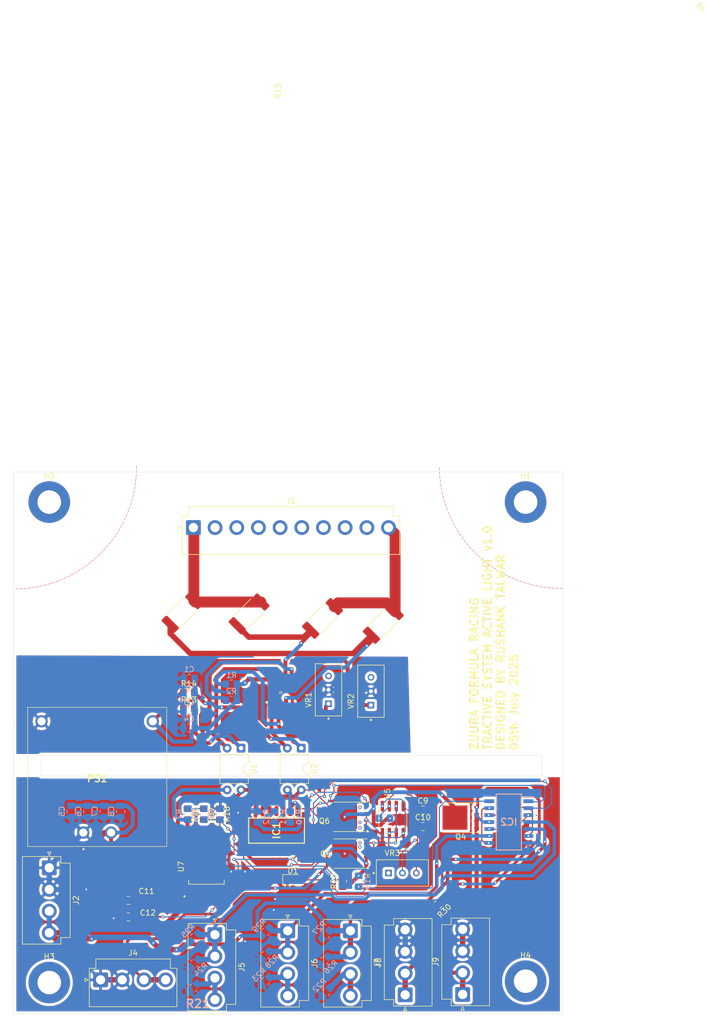
<source format=kicad_pcb>
(kicad_pcb (version 20241229) (generator "pcbnew") (generator_version "9.0")
  (title_block (title "TRACTIVE SYSTEM ACTIVE LIGHT") (date "2025-07-05") (company "ZUURA FORMULA RACING") (comment 2 "DESIGNED BY - RUSHANK TALWAR"))
  (layers (0 "F.Cu" signal) (2 "B.Cu" signal) (13 "F.Paste" user) (15 "B.Paste" user) (5 "F.SilkS" user "F.Silkscreen") (7 "B.SilkS" user "B.Silkscreen") (1 "F.Mask" user) (3 "B.Mask" user) (25 "Edge.Cuts" user))
  (net 0 "")
  (net 1 "12V_ISO")
  (net 2 "GND2")
  (net 3 "GND")
  (net 4 "12V ")
  (net 5 "Net-(U5-CV)")
  (net 6 "TRG")
  (net 7 "5V")
  (net 8 "Net-(D1-A)")
  (net 15 "Net-(IC1-1Y)")
  (net 17 "RED_HV")
  (net 22 "LV_ACTIVE")
  (net 24 "AIR_1_C1")
  (net 25 "AIR_2_C1")
  (net 26 "OUT3")
  (net 27 "OUT1")
  (net 28 "OUT2")
  (net 29 "AUX_PRECHARGE")
  (net 30 "GREEN_HV")
  (net 31 "GREEN_LED_SIGNAL")
  (net 33 "TS -ve")
  (net 38 "TS +ve")
  (net 42 "GREEN_LED")
  (net 43 "OUT_SGN")
  (net 44 "RED_LED")
  (net 45 "FLASH_TRIG")
  (net 46 "V_REF_RED")
  (net 47 "V_REF_GREEN")
  (net 48 "RED_TS_VOLTAGE_REF")
  (net 49 "GREEN_TS_VOLTAGE_REF")
  (net 50 "Net-(R7-Pad1)")
  (net 51 "Net-(R7-Pad2)")
  (net 52 "Net-(R10-Pad1)")
  (net 53 "Net-(R10-Pad2)")
  (net 54 "Net-(R13-Pad2)")
  (net 55 "Net-(R14-Pad2)")
  (net 56 "Net-(R15-Pad2)")
  (net 57 "Net-(U5-DIS)")
  (net 58 "AIR_1_C2")
  (net 59 "AIR_2_C2")
  (net 60 "PRECHARGE_c2")
  (net 61 "GREEN_VOLTAGE_SIGNAL")
  (net 62 "RED_VOLTAGE_SIGNAL")
  (footprint "Resistor_SMD:R_0805_2012Metric_Pad1.20x1.40mm_HandSolder" (layer "F.Cu") (at 202.5 105 -135)
    (property "Reference" "R30")
    (property "Value" "10k")
  )
  (footprint "Connector_JST:JST_VH_B4P-VH-B_1x04_P3.96mm_Vertical" (layer "F.Cu") (at 140.87 118.75)
    (property "Reference" "J4")
    (property "Value" "MAIN")
  )
  (footprint "Resistor_SMD:R_2512_6332Metric_Pad1.40x3.35mm_HandSolder" (layer "F.Cu") (at 155.75 51.656676 45)
    (property "Reference" "R4")
    (property "Value" "10k ohm")
  )
  (footprint "Resistor_SMD:R_0805_2012Metric_Pad1.20x1.40mm_HandSolder" (layer "F.Cu") (at 159.7 88.5 90)
    (property "Reference" "R16")
    (property "Value" "10k")
  )
  (footprint "KiCad:SOIC127P780X200-14N" (layer "F.Cu") (at 173 91.5 -90)
    (property "Reference" "IC1")
    (property "Value" "SN74HC08NSR" (hide yes))
  )
  (footprint "Connector_JST:JST_VH_B4P-VH-B_1x04_P3.96mm_Vertical" (layer "F.Cu") (at 196.5 121.5 90)
    (property "Reference" "J8")
    (property "Value" "GREEN_LED_CONNECTOR_MAIN")
  )
  (footprint "MountingHole:MountingHole_4.3mm_M4_ISO7380_Pad_TopBottom" (layer "F.Cu") (at 131.5 31.5)
    (property "Reference" "H2")
    (property "Value" "MountingHole_Pad" (hide yes))
  )
  (footprint "Capacitor_SMD:C_0805_2012Metric_Pad1.18x1.45mm_HandSolder" (layer "F.Cu") (at 145.9625 104.24)
    (property "Reference" "C11")
    (property "Value" "22uF")
  )
  (footprint "Connector_JST:JST_VH_B4P-VH-B_1x04_P3.96mm_Vertical" (layer "F.Cu") (at 207 121.42 90)
    (property "Reference" "J9")
    (property "Value" "GREEN_LED_CONNECTOR_AUX")
  )
  (footprint "LM393 (1):SO08" (layer "F.Cu") (at 174 66.5)
    (property "Reference" "U3")
    (property "Value" "LM393")
  )
  (footprint "Resistor_SMD:R_0805_2012Metric_Pad1.20x1.40mm_HandSolder" (layer "F.Cu") (at 157 66.3)
    (property "Reference" "R14")
    (property "Value" "2k")
  )
  (footprint "MountingHole:MountingHole_4.3mm_M4_ISO7380_Pad_TopBottom" (layer "F.Cu") (at 218.5 119)
    (property "Reference" "H4")
    (property "Value" "MountingHole_Pad" (hide yes))
  )
  (footprint "Capacitor_SMD:C_0805_2012Metric_Pad1.18x1.45mm_HandSolder" (layer "F.Cu") (at 199.75 90.76)
    (property "Reference" "C10")
    (property "Value" "22uF")
  )
  (footprint "3296W-1-103LF:TRIM_3296W-1-103LF" (layer "F.Cu") (at 196 99.25)
    (property "Reference" "VR3")
    (property "Value" "3296W-1-103LF" (hide yes))
  )
  (footprint "Capacitor_SMD:C_0805_2012Metric_Pad1.18x1.45mm_HandSolder" (layer "F.Cu") (at 145.9625 107.25)
    (property "Reference" "C12")
    (property "Value" "22uF")
  )
  (footprint "Resistor_SMD:R_0805_2012Metric_Pad1.20x1.40mm_HandSolder" (layer "F.Cu") (at 162.65 88.5 90)
    (property "Reference" "R17")
    (property "Value" "10k")
  )
  (footprint "3296W-1-103LF:TRIM_3296W-1-103LF" (layer "F.Cu") (at 182.5 65.79 90)
    (property "Reference" "VR1")
    (property "Value" "3296W-1-103LF")
  )
  (footprint "Resistor_SMD:R_0805_2012Metric_Pad1.20x1.40mm_HandSolder" (layer "F.Cu") (at 157 69.25)
    (property "Reference" "R13")
    (property "Value" "2k")
  )
  (footprint "KiCad1:URB2405YMD6WR3" (layer "F.Cu") (at 137.71 91.86 180)
    (property "Reference" "PS1")
    (property "Value" "URB2405YMD-6WR3" (hide yes))
  )
  (footprint "MountingHole:MountingHole_4.3mm_M4_ISO7380_Pad_TopBottom" (layer "F.Cu") (at 218.5 31.5)
    (property "Reference" "H1")
    (property "Value" "MountingHole_Pad" (hide yes))
  )
  (footprint "Resistor_SMD:R_0805_2012Metric_Pad1.20x1.40mm_HandSolder" (layer "F.Cu") (at 185.05 100.75 -90)
    (property "Reference" "R20")
    (property "Value" "2k")
  )
  (footprint "Resistor_SMD:R_2512_6332Metric_Pad1.40x3.35mm_HandSolder" (layer "F.Cu") (at 192.5 53.656676 45)
    (property "Reference" "R3" (hide yes))
    (property "Value" "240k ohms")
  )
  (footprint "3296W-1-203:TRIM_3296W-1-203" (layer "F.Cu") (at 190.25 66.04 90)
    (property "Reference" "VR2")
    (property "Value" "3296W-1-203")
  )
  (footprint "L78M05CDT:VREG_L78M05CDT" (layer "F.Cu") (at 160.2 99.25 90)
    (property "Reference" "U7")
    (property "Value" "L78M05CDT")
  )
  (footprint "Connector_JST:JST_VH_B4P-VH-B_1x04_P3.96mm_Vertical" (layer "F.Cu") (at 131.5 98.29 -90)
    (property "Reference" "J2")
    (property "Value" "Conn_01x04_Socket")
  )
  (footprint "Connector_JST:JST_VH_B10P-VH-B_1x10_P3.96mm_Vertical" (layer "F.Cu") (at 157.82 36.156676)
    (property "Reference" "J1")
    (property "Value" "Conn_01x10_Socket")
  )
  (footprint "Resistor_SMD:R_2512_6332Metric_Pad1.40x3.35mm_HandSolder" (layer "F.Cu") (at 181.406676 52.75 45)
    (property "Reference" "R5" (hide yes))
    (property "Value" "220k ohms")
  )
  (footprint "Package_TO_SOT_SMD:TDSON-8-1" (layer "F.Cu") (at 206.65 89.135 180)
    (property "Reference" "Q4")
    (property "Value" "BSC160N10NS3G")
  )
  (footprint "Resistor_SMD:R_0805_2012Metric_Pad1.20x1.40mm_HandSolder" (layer "F.Cu") (at 156.75 88.5 90)
    (property "Reference" "R15")
    (property "Value" "10k")
  )
  (footprint "Connector_JST:JST_VH_B4P-VH-B_1x04_P3.96mm_Vertical" (layer "F.Cu") (at 175.05 109.7825 -90)
    (property "Reference" "J6")
    (property "Value" "PRECHARGERELAY")
  )
  (footprint "Package_DIP:DIP-4_W7.62mm" (layer "F.Cu") (at 166.525 76.445 -90)
    (property "Reference" "U1")
    (property "Value" "PC817")
  )
  (footprint "MountingHole:MountingHole_4.3mm_M4_ISO7380_Pad_TopBottom" (layer "F.Cu") (at 131.5 119.25)
    (property "Reference" "H3")
    (property "Value" "MountingHole_Pad" (hide yes))
  )
  (footprint "Resistor_SMD:R_2512_6332Metric_Pad1.40x3.35mm_HandSolder" (layer "F.Cu") (at 168 51.906676 45)
    (property "Reference" "R6" (hide yes))
    (property "Value" "10k ohm")
  )
  (footprint "Capacitor_SMD:C_0805_2012Metric_Pad1.18x1.45mm_HandSolder" (layer "F.Cu") (at 199.75 87.75)
    (property "Reference" "C9")
    (property "Value" "10nF")
  )
  (footprint "Package_TO_SOT_SMD:TDSON-8-1" (layer "F.Cu") (at 186.5 95.7 180)
    (property "Reference" "Q5")
    (property "Value" "BSC160N10NS3G")
  )
  (footprint "Connector_JST:JST_VH_B4P-VH-B_1x04_P3.96mm_Vertical" (layer "F.Cu") (at 161.75 110.5 -90)
    (property "Reference" "J5")
    (property "Value" "AIR+ve")
  )
  (footprint "Package_SO:SOIC-8_3.9x4.9mm_P1.27mm" (layer "F.Cu") (at 194.25 89.5 90)
    (property "Reference" "U5")
    (property "Value" "NE555P")
  )
  (footprint "Connector_JST:JST_VH_B4P-VH-B_1x04_P3.96mm_Vertical" (layer "F.Cu") (at 186.5 109.79 -90)
    (property "Reference" "J7")
    (property "Value" "AIR-ve")
  )
  (footprint "LED_SMD:LED_0805_2012Metric_Pad1.15x1.40mm_HandSolder" (layer "F.Cu") (at 176 100.5)
    (property "Reference" "D1")
    (property "Value" "YELLOW LED")
  )
  (footprint "Package_TO_SOT_SMD:TDSON-8-1" (layer "F.Cu") (at 186.5 88.99 180)
    (property "Reference" "Q6")
    (property "Value" "BSC160N10NS3G")
  )
  (footprint "Package_DIP:DIP-4_W7.62mm" (layer "F.Cu") (at 177.525 76.445 -90)
    (property "Reference" "U2")
    (property "Value" "PC817")
  )
  (footprint "Resistor_SMD:R_0805_2012Metric_Pad1.20x1.40mm_HandSolder" (layer "B.Cu") (at 169.5 89 90)
    (property "Reference" "R12")
    (property "Value" "10k")
  )
  (footprint "Resistor_SMD:R_0805_2012Metric_Pad1.20x1.40mm_HandSolder" (layer "B.Cu") (at 182.042893 120.957107 -135)
    (property "Reference" "R22")
    (property "Value" "1")
  )
  (footprint "Capacitor_SMD:C_0805_2012Metric_Pad1.18x1.45mm_HandSolder" (layer "B.Cu") (at 157.0375 69.75 180)
    (property "Reference" "C3")
    (property "Value" "10nF")
  )
  (footprint "Resistor_SMD:R_0805_2012Metric_Pad1.20x1.40mm_HandSolder" (layer "B.Cu") (at 175.5 89 90)
    (property "Reference" "R10")
    (property "Value" "10k")
  )
  (footprint "Resistor_SMD:R_0805_2012Metric_Pad1.20x1.40mm_HandSolder" (layer "B.Cu") (at 162.75 88.5 -90)
    (property "Reference" "R9")
    (property "Value" "10k")
  )
  (footprint "Resistor_SMD:R_0805_2012Metric_Pad1.20x1.40mm_HandSolder" (layer "B.Cu") (at 156.85 88.5 -90)
    (property "Reference" "R7")
    (property "Value" "10k")
  )
  (footprint "Resistor_SMD:R_0805_2012Metric_Pad1.20x1.40mm_HandSolder" (layer "B.Cu") (at 181.75 115.25 45)
    (property "Reference" "R26")
    (property "Value" "5.1k")
  )
  (footprint "Capacitor_SMD:C_0805_2012Metric_Pad1.18x1.45mm_HandSolder" (layer "B.Cu") (at 138.51 88 -90)
    (property "Reference" "C6")
    (property "Value" "1uF")
  )
  (footprint "Resistor_SMD:R_0805_2012Metric_Pad1.20x1.40mm_HandSolder" (layer "B.Cu") (at 171 119 -135)
    (property "Reference" "R23")
    (property "Value" "1")
  )
  (footprint "Resistor_SMD:R_0805_2012Metric_Pad1.20x1.40mm_HandSolder" (layer "B.Cu") (at 188 100.75 90)
    (property "Reference" "R19")
    (property "Value" "10k")
  )
  (footprint "Resistor_SMD:R_0805_2012Metric_Pad1.20x1.40mm_HandSolder" (layer "B.Cu") (at 157.792893 120.207107 -135)
    (property "Reference" "R21" (hide yes))
    (property "Value" "1")
  )
  (footprint "Resistor_SMD:R_0805_2012Metric_Pad1.20x1.40mm_HandSolder" (layer "B.Cu") (at 171 114.25 45)
    (property "Reference" "R28")
    (property "Value" "5.1k")
  )
  (footprint "Resistor_SMD:R_0805_2012Metric_Pad1.20x1.40mm_HandSolder" (layer "B.Cu") (at 164.75 64.75 180)
    (property "Reference" "R1")
    (property "Value" "47k Ohms")
  )
  (footprint "Resistor_SMD:R_0805_2012Metric_Pad1.20x1.40mm_HandSolder" (layer "B.Cu") (at 192.75 89.25 180)
    (property "Reference" "R18" (hide yes))
    (property "Value" "330")
  )
  (footprint "Capacitor_SMD:C_0805_2012Metric_Pad1.18x1.45mm_HandSolder" (layer "B.Cu") (at 157.0375 63.73 180)
    (property "Reference" "C1")
    (property "Value" "100nF")
  )
  (footprint "Resistor_SMD:R_0805_2012Metric_Pad1.20x1.40mm_HandSolder" (layer "B.Cu") (at 158 115.75 45)
    (property "Reference" "R24")
    (property "Value" "5.1k")
  )
  (footprint "Capacitor_SMD:C_0805_2012Metric_Pad1.18x1.45mm_HandSolder" (layer "B.Cu") (at 144.53 88 -90)
    (property "Reference" "C8")
    (property "Value" "47uF")
  )
  (footprint "Resistor_SMD:R_0805_2012Metric_Pad1.20x1.40mm_HandSolder" (layer "B.Cu") (at 171 110 -135)
    (property "Reference" "R29")
    (property "Value" "10k")
  )
  (footprint "Capacitor_SMD:C_0805_2012Metric_Pad1.18x1.45mm_HandSolder" (layer "B.Cu") (at 141.52 88 -90)
    (property "Reference" "C7")
    (property "Value" "10nF")
  )
  (footprint "Resistor_SMD:R_0805_2012Metric_Pad1.20x1.40mm_HandSolder" (layer "B.Cu") (at 158 111 -135)
    (property "Reference" "R25")
    (property "Value" "10k")
  )
  (footprint "KiCad:SOIC127P780X200-14N" (layer "B.Cu") (at 215.438 89.94 180)
    (property "Reference" "IC2")
    (property "Value" "SN74HC08NSR" (hide yes))
  )
  (footprint "Resistor_SMD:R_0805_2012Metric_Pad1.20x1.40mm_HandSolder" (layer "B.Cu") (at 172.55 89 90)
    (property "Reference" "R11")
    (property "Value" "10k")
  )
  (footprint "Capacitor_SMD:C_0805_2012Metric_Pad1.18x1.45mm_HandSolder" (layer "B.Cu") (at 135.5 88 -90)
    (property "Reference" "C5")
    (property "Value" "100nF")
  )
  (footprint "Capacitor_SMD:C_0805_2012Metric_Pad1.18x1.45mm_HandSolder" (layer "B.Cu") (at 157.0375 72.76 180)
    (property "Reference" "C4")
    (property "Value" "47uF")
  )
  (footprint "Resistor_SMD:R_0805_2012Metric_Pad1.20x1.40mm_HandSolder" (layer "B.Cu") (at 182 110.5 -135)
    (property "Reference" "R27")
    (property "Value" "10k")
  )
  (footprint "Resistor_SMD:R_0805_2012Metric_Pad1.20x1.40mm_HandSolder" (layer "B.Cu") (at 164.75 67.7 180)
    (property "Reference" "R2")
    (property "Value" "5.1k Ohms")
  )
  (footprint "Capacitor_SMD:C_0805_2012Metric_Pad1.18x1.45mm_HandSolder" (layer "B.Cu") (at 157.0375 66.74 180)
    (property "Reference" "C2")
    (property "Value" "1uF")
  )
  (footprint "Resistor_SMD:R_0805_2012Metric_Pad1.20x1.40mm_HandSolder" (layer "B.Cu") (at 159.8 88.5 -90)
    (property "Reference" "R8")
    (property "Value" "10k")
  )
  (gr_arc (start 147.42774 24.854519) (mid 141 40.75) (end 125.17774 47.355923) (stroke (width 0.05) (type dash)) (layer "F.Cu"))
  (gr_arc (start 225.25 47.25) (mid 209.354519 40.82226) (end 202.748596 25) (stroke (width 0.05) (type dash)) (layer "F.Cu"))
  (gr_rect (start 130 77.75) (end 221.5 81.5) (stroke (width 0.05)) (fill no) (layer "Edge.Cuts"))
  (gr_rect (start 125 26) (end 225.25 125) (stroke (width 0.05)) (fill no) (layer "Edge.Cuts"))
  (gr_text "ZUURA FORMULA RACING\nTRACTIVE SYSTEM ACTIVE LIGHT v1.0\nDESIGNED BY RUSHANK TALWAR \n05th July 2025\n" (at 217.25 77 90) (layer "F.SilkS") (effects (font (size 1.5 1.5) (thickness 0.3) (bold yes)) (justify left bottom)))
  (gr_text "R18" (at 163.95 88.5 90) (layer "F.SilkS") (effects (font (size 1 1))))
  (gr_text "R21\n" (at 156.25 124 0) (layer "B.SilkS") (effects (font (size 1.5 1.5) (thickness 0.3) (bold yes)) (justify left bottom)))
  (via (at 188.25 90) (size 0.6) (drill 0.3) (layers "F.Cu" "B.Cu") (net 0))
  (via (at 188.25 94.5) (size 0.6) (drill 0.3) (layers "F.Cu" "B.Cu") (net 0))
  (via (at 188.25 93.75) (size 0.6) (drill 0.3) (layers "F.Cu" "B.Cu") (net 0))
  (via (at 188.25 87.25) (size 0.6) (drill 0.3) (layers "F.Cu" "B.Cu") (net 0))
  (via (at 188.25 91) (size 0.6) (drill 0.3) (layers "F.Cu" "B.Cu") (net 0))
  (segment (start 156 66.3) (end 155.65 66.3) (width 0.2) (layer "F.Cu") (net 1))
  (segment (start 155.65 66.3) (end 150.41 71.54) (width 0.7) (layer "F.Cu") (net 1))
  (segment (start 156 69.25) (end 156 66.3) (width 1) (layer "F.Cu") (net 1))
  (segment (start 167.8662 63.8838) (end 167.25 64.5) (width 0.75) (layer "F.Cu") (net 1))
  (segment (start 172.095 63.8838) (end 167.8662 63.8838) (width 0.75) (layer "F.Cu") (net 1))
  (via (at 167.25 64.5) (size 1) (drill 0.3) (layers "F.Cu" "B.Cu") (net 1))
  (segment (start 160.69 72.76) (end 165.75 67.7) (width 0.75) (layer "B.Cu") (net 1))
  (segment (start 154.12 75.25) (end 150.41 71.54) (width 0.75) (layer "B.Cu") (net 1))
  (segment (start 157.5 73.335) (end 157.5 75.25) (width 0.75) (layer "B.Cu") (net 1))
  (segment (start 167 64.75) (end 165.75 64.75) (width 0.75) (layer "B.Cu") (net 1))
  (segment (start 167.25 64.5) (end 167 64.75) (width 0.2) (layer "B.Cu") (net 1))
  (segment (start 157.5 75.25) (end 154.12 75.25) (width 0.75) (layer "B.Cu") (net 1))
  (segment (start 158.075 63.73) (end 158.075 66.74) (width 1) (layer "B.Cu") (net 1))
  (segment (start 165.75 64.75) (end 165.75 67.7) (width 1) (layer "B.Cu") (net 1))
  (segment (start 158.075 66.74) (end 158.075 69.75) (width 1) (layer "B.Cu") (net 1))
  (segment (start 158.075 72.76) (end 160.69 72.76) (width 0.75) (layer "B.Cu") (net 1))
  (segment (start 158.075 72.76) (end 157.5 73.335) (width 0.2) (layer "B.Cu") (net 1))
  (segment (start 158.075 69.75) (end 158.075 72.76) (width 1) (layer "B.Cu") (net 1))
  (segment (start 141.13 60.5) (end 130.09 71.54) (width 0.7) (layer "F.Cu") (net 2))
  (segment (start 160 73.5) (end 160.75 72.75) (width 0.7) (layer "F.Cu") (net 2))
  (segment (start 160.75 72.75) (end 160.75 61.75) (width 0.7) (layer "F.Cu") (net 2))
  (segment (start 160.75 61.75) (end 159.5 60.5) (width 0.7) (layer "F.Cu") (net 2))
  (segment (start 179.1738 69.1162) (end 182.5 65.79) (width 0.75) (layer "F.Cu") (net 2))
  (segment (start 159.5 60.5) (end 141.13 60.5) (width 0.7) (layer "F.Cu") (net 2))
  (segment (start 182.75 66.04) (end 182.5 65.79) (width 0.2) (layer "F.Cu") (net 2))
  (segment (start 175.905 69.1162) (end 179.1738 69.1162) (width 0.75) (layer "F.Cu") (net 2))
  (via (at 160 73.5) (size 0.6) (drill 0.3) (layers "F.Cu" "B.Cu") (net 2))
  (segment (start 137.9 63.73) (end 130.09 71.54) (width 0.75) (layer "B.Cu") (net 2))
  (segment (start 182.5 65.79) (end 190 65.79) (width 0.75) (layer "B.Cu") (net 2))
  (segment (start 156 63.73) (end 156 66.74) (width 0.75) (layer "B.Cu") (net 2))
  (segment (start 156 69.75) (end 156 72.76) (width 0.75) (layer "B.Cu") (net 2))
  (segment (start 182.5 65.79) (end 182.46 65.79) (width 0.2) (layer "B.Cu") (net 2))
  (segment (start 190 65.79) (end 190.25 66.04) (width 0.2) (layer "B.Cu") (net 2))
  (segment (start 156 63.73) (end 137.9 63.73) (width 0.75) (layer "B.Cu") (net 2))
  (segment (start 174.75 73.5) (end 160 73.5) (width 0.7) (layer "B.Cu") (net 2))
  (segment (start 182.46 65.79) (end 174.75 73.5) (width 0.7) (layer "B.Cu") (net 2))
  (segment (start 156 66.74) (end 156 69.75) (width 0.75) (layer "B.Cu") (net 2))
  (segment (start 167.25 111.75) (end 167.25 109) (width 0.7) (layer "F.Cu") (net 3))
  (segment (start 165.25 87.5) (end 166 88.25) (width 0.2) (layer "F.Cu") (net 3))
  (segment (start 197.5 95.75) (end 194.25 95.75) (width 0.2) (layer "F.Cu") (net 3))
  (segment (start 147 104.24) (end 147 102.25) (width 1) (layer "F.Cu") (net 3))
  (segment (start 174.975 100.5) (end 174.5 100.5) (width 0.2) (layer "F.Cu") (net 3))
  (segment (start 192.345 93.845) (end 192.345 91.975) (width 0.2) (layer "F.Cu") (net 3))
  (segment (start 169.19 87.938) (end 168.878 88.25) (width 0.2) (layer "F.Cu") (net 3))
  (segment (start 167.25 108) (end 167.25 111.75) (width 0.7) (layer "F.Cu") (net 3))
  (segment (start 162.35 99) (end 160.2 96.85) (width 0.2) (layer "F.Cu") (net 3))
  (segment (start 172.75 104) (end 172.5 104.25) (width 0.7) (layer "F.Cu") (net 3))
  (segment (start 154.8 102.25) (end 147 102.25) (width 1) (layer "F.Cu") (net 3))
  (segment (start 172.5 104.25) (end 172.5 106) (width 0.7) (layer "F.Cu") (net 3))
  (segment (start 174.5 100.5) (end 173 99) (width 0.2) (layer "F.Cu") (net 3))
  (segment (start 147 102.25) (end 138.25 102.25) (width 1) (layer "F.Cu") (net 3))
  (segment (start 200.7875 87.75) (end 200.7875 90.76) (width 0.2) (layer "F.Cu") (net 3))
  (segment (start 173 99) (end 167.25 99) (width 0.2) (layer "F.Cu") (net 3))
  (segment (start 200.7875 90.76) (end 200.7875 90.9625) (width 0.2) (layer "F.Cu") (net 3))
  (segment (start 144.83 118.75) (end 140.87 118.75) (width 1) (layer "F.Cu") (net 3))
  (segment (start 207 109.54) (end 207 113.5) (width 1) (layer "F.Cu") (net 3))
  (segment (start 144.925 106.315) (end 147 104.24) (width 1) (layer "F.Cu") (net 3))
  (segment (start 194.25 95.75) (end 192.345 93.845) (width 0.2) (layer "F.Cu") (net 3))
  (segment (start 172.5 106) (end 169.25 106) (width 0.7) (layer "F.Cu") (net 3))
  (segment (start 162.65 87.5) (end 165.25 87.5) (width 0.2) (layer "F.Cu") (net 3))
  (segment (start 199.25 92.5) (end 199.25 94) (width 0.2) (layer "F.Cu") (net 3))
  (segment (start 144.925 107.25) (end 144.925 106.315) (width 1) (layer "F.Cu") (net 3))
  (segment (start 160.2 96.85) (end 154.8 102.25) (width 1) (layer "F.Cu") (net 3))
  (segment (start 143.25 107.5) (end 144.675 107.5) (width 0.5) (layer "F.Cu") (net 3))
  (segment (start 164.75 99) (end 162.35 99) (width 0.2) (layer "F.Cu") (net 3))
  (segment (start 200.7875 90.9625) (end 199.25 92.5) (width 0.2) (layer "F.Cu") (net 3))
  (segment (start 169.25 106) (end 167.25 108) (width 0.7) (layer "F.Cu") (net 3))
  (segment (start 168.878 88.25) (end 166 88.25) (width 0.2) (layer "F.Cu") (net 3))
  (segment (start 144.675 107.5) (end 144.925 107.25) (width 0.2) (layer "F.Cu") (net 3))
  (segment (start 199.25 94) (end 197.5 95.75) (width 0.2) (layer "F.Cu") (net 3))
  (via (at 164.75 99) (size 0.6) (drill 0.3) (layers "F.Cu" "B.Cu") (net 3))
  (via (at 143.25 107.5) (size 0.6) (drill 0.3) (layers "F.Cu" "B.Cu") (net 3))
  (via (at 172.5 106) (size 0.6) (drill 0.3) (layers "F.Cu" "B.Cu") (net 3))
  (via (at 166 88.25) (size 0.6) (drill 0.3) (layers "F.Cu" "B.Cu") (net 3))
  (via (at 138.25 102.25) (size 0.6) (drill 0.3) (layers "F.Cu" "B.Cu") (net 3))
  (via (at 167.25 99) (size 0.6) (drill 0.3) (layers "F.Cu" "B.Cu") (net 3))
  (via (at 172.75 104) (size 0.6) (drill 0.3) (layers "F.Cu" "B.Cu") (net 3))
  (via (at 167.25 111.75) (size 0.6) (drill 0.3) (layers "F.Cu" "B.Cu") (net 3))
  (segment (start 181.684314 98.5) (end 179.75 98.5) (width 0.2) (layer "B.Cu") (net 3))
  (segment (start 202.5 101.75) (end 201.5 102.75) (width 0.2) (layer "B.Cu") (net 3))
  (segment (start 167.25 99.75) (end 167.25 99) (width 0.5) (layer "B.Cu") (net 3))
  (segment (start 179.75 98.5) (end 179 99.25) (width 0.2) (layer "B.Cu") (net 3))
  (segment (start 170.292893 119.707107) (end 170.292893 114.957107) (width 0.7) (layer "B.Cu") (net 3))
  (segment (start 203 98.5) (end 202.5 99) (width 0.2) (layer "B.Cu") (net 3))
  (segment (start 181.335786 116.25) (end 181.335786 121.664214) (width 0.2) (layer "B.Cu") (net 3))
  (segment (start 131.5 98.29) (end 131.5 102.25) (width 1) (layer "B.Cu") (net 3))
  (segment (start 154.207107 116.457107) (end 153.25 115.5) (width 0.5) (layer "B.Cu") (net 3))
  (segment (start 196.5 109.62) (end 192.88 106) (width 0.7) (layer "B.Cu") (net 3))
  (segment (start 164.25 102.75) (end 167.25 99.75) (width 0.5) (layer "B.Cu") (net 3))
  (segment (start 135.5 89.0375) (end 138.51 89.0375) (width 0.75) (layer "B.Cu") (net 3))
  (segment (start 142.85 97) (end 137.71 91.86) (width 0.2) (layer "B.Cu") (net 3))
  (segment (start 180 107.5) (end 178.5 106) (width 0.2) (layer "B.Cu") (net 3))
  (segment (start 164.25 92.75) (end 156 92.75) (width 0.2) (layer "B.Cu") (net 3))
  (segment (start 167.5 99.25) (end 167.25 99) (width 0.2) (layer "B.Cu") (net 3))
  (segment (start 181.042893 115.957107) (end 181.335786 116.25) (width 0.2) (layer "B.Cu") (net 3))
  (segment (start 153.25 110.25) (end 155.75 107.75) (width 0.5) (layer "B.Cu") (net 3))
  (segment (start 157.292893 116.457107) (end 154.207107 116.457107) (width 0.5) (layer "B.Cu") (net 3))
  (segment (start 189.75 102.75) (end 189 103.5) (width 0.2) (layer "B.Cu") (net 3))
  (segment (start 135.5 89.0375) (end 135.5 89.65) (width 0.2) (layer "B.Cu") (net 3))
  (segment (start 219 98.5) (end 203 98.5) (width 0.2) (layer "B.Cu") (net 3))
  (segment (start 207 109.54) (end 203.46 106) (width 0.7) (layer "B.Cu") (net 3))
  (segment (start 169.5 88) (end 169 87.5) (width 0.2) (layer "B.Cu") (net 3))
  (segment (start 167.25 99) (end 164.75 99) (width 0.2) (layer "B.Cu") (net 3))
  (segment (start 154 96.25) (end 153.25 97) (width 0.2) (layer "B.Cu") (net 3))
  (segment (start 164.25 105.25) (end 164.25 102.75) (width 0.5) (layer "B.Cu") (net 3))
  (segment (start 189 103.5) (end 184 103.5) (width 0.2) (layer "B.Cu") (net 3))
  (segment (start 141.52 89.0375) (end 144.53 89.0375) (width 0.75) (layer "B.Cu") (net 3))
  (segment (start 182.75 99.565686) (end 181.684314 98.5) (width 0.2) (layer "B.Cu") (net 3))
  (segment (start 180 104) (end 172.75 104) (width 0.7) (layer "B.Cu") (net 3))
  (segment (start 162 106.5) (end 163 106.5) (width 0.5) (layer "B.Cu") (net 3))
  (segment (start 183 101.5) (end 182.75 101.25) (width 0.2) (layer "B.Cu") (net 3))
  (segment (start 131.5 98.07) (end 137.71 91.86) (width 1) (layer "B.Cu") (net 3))
  (segment (start 170.292893 114.957107) (end 168.707107 114.957107) (width 0.7) (layer "B.Cu") (net 3))
  (segment (start 192.88 106) (end 182 106) (width 0.7) (layer "B.Cu") (net 3))
  (segment (start 181.042893 115.957107) (end 180 114.914214) (width 0.2) (layer "B.Cu") (net 3))
  (segment (start 164.25 88) (end 165.25 89) (width 0.2) (layer "B.Cu") (net 3))
  (segment (start 143.25 107.5) (end 141.5 107.5) (width 0.5) (layer "B.Cu") (net 3))
  (segment (start 182.75 101.25) (end 182.75 99.565686) (width 0.2) (layer "B.Cu") (net 3))
  (segment (start 168.707107 114.957107) (end 167.25 113.5) (width 0.7) (layer "B.Cu") (net 3))
  (segment (start 202.5 99) (end 202.5 101.75) (width 0.2) (layer "B.Cu") (net 3))
  (segment (start 196.5 113.58) (end 196.5 109.62) (width 1) (layer "B.Cu") (net 3))
  (segment (start 167.25 113.5) (end 167.25 111.75) (width 0.7) (layer "B.Cu") (net 3))
  (segment (start 221.25 93.75) (end 222.5 95) (width 0.2) (layer "B.Cu") (net 3))
  (segment (start 179 99.25) (end 167.5 99.25) (width 0.2) (layer "B.Cu") (net 3))
  (segment (start 153.25 115.5) (end 153.25 110.25) (width 0.5) (layer "B.Cu") (net 3))
  (segment (start 157.292893 120.707107) (end 157.085786 120.914214) (width 0.2) (layer "B.Cu") (net 3))
  (segment (start 166 88.25) (end 164.5 88.25) (width 0.2) (layer "B.Cu") (net 3))
  (segment (start 141.5 107.5) (end 138 111) (width 0.5) (layer "B.Cu") (net 3))
  (segment (start 183 102.5) (end 183 101.5) (width 0.2) (layer "B.Cu") (net 3))
  (segment (start 160.75 107.75) (end 162 106.5) (width 0.5) (layer "B.Cu") (net 3))
  (segment (start 184 103.5) (end 183 102.5) (width 0.2) (layer "B.Cu") (net 3))
  (segment (start 138 115.88) (end 140.87 118.75) (width 0.5) (layer "B.Cu") (net 3))
  (segment (start 157.292893 116.457107) (end 157.292893 120.707107) (width 0.7) (layer "B.Cu") (net 3))
  (segment (start 131.5 98.29) (end 131.5 98.07) (width 0.2) (layer "B.Cu") (net 3))
  (segment (start 222.5 95) (end 219 98.5) (width 0.2) (layer "B.Cu") (net 3))
  (segment (start 138.25 102.25) (end 131.5 102.25) (width 1) (layer "B.Cu") (net 3))
  (segment (start 165.25 89) (end 165.25 91.75) (width 0.2) (layer "B.Cu") (net 3))
  (segment (start 156 92.75) (end 154 94.75) (width 0.2) (layer "B.Cu") (net 3))
  (segment (start 163 106.5) (end 164.25 105.25) (width 0.5) (layer "B.Cu") (net 3))
  (segment (start 138 111) (end 138 115.88) (width 0.5) (layer "B.Cu") (net 3))
  (segment (start 201.5 102.75) (end 189.75 102.75) (width 0.2) (layer "B.Cu") (net 3))
  (segment (start 135.5 89.65) (end 137.71 91.86) (width 0.75) (layer "B.Cu") (net 3))
  (segment (start 138.51 89.0375) (end 141.52 89.0375) (width 0.75) (layer "B.Cu") (net 3))
  (segment (start 154 94.75) (end 154 96.25) (width 0.2) (layer "B.Cu") (net 3))
  (segment (start 155.75 107.75) (end 160.75 107.75) (width 0.5) (layer "B.Cu") (net 3))
  (segment (start 162.75 87.5) (end 163.75 87.5) (width 0.2) (layer "B.Cu") (net 3))
  (segment (start 165.25 91.75) (end 164.25 92.75) (width 0.2) (layer "B.Cu") (net 3))
  (segment (start 153.25 97) (end 142.85 97) (width 0.2) (layer "B.Cu") (net 3))
  (segment (start 203.46 106) (end 192.88 106) (width 0.7) (layer "B.Cu") (net 3))
  (segment (start 182 106) (end 180 104) (width 0.7) (layer "B.Cu") (net 3))
  (segment (start 164.5 88.25) (end 164.25 88) (width 0.2) (layer "B.Cu") (net 3))
  (segment (start 169 87.5) (end 162.75 87.5) (width 0.2) (layer "B.Cu") (net 3))
  (segment (start 178.5 106) (end 172.5 106) (width 0.2) (layer "B.Cu") (net 3))
  (segment (start 163.75 87.5) (end 164.25 88) (width 0.2) (layer "B.Cu") (net 3))
  (segment (start 180 114.914214) (end 180 107.5) (width 0.2) (layer "B.Cu") (net 3))
  (segment (start 219 93.75) (end 221.25 93.75) (width 0.2) (layer "B.Cu") (net 3))
  (segment (start 166.525 84.065) (end 166.525 84.475) (width 0.2) (layer "F.Cu") (net 4))
  (segment (start 205.6 89.135) (end 205.6 87.35) (width 0.2) (layer "F.Cu") (net 4))
  (segment (start 141.64 91.86) (end 142.79 91.86) (width 1) (layer "F.Cu") (net 4))
  (segment (start 154.75 113.25) (end 151.75 113.25) (width 1) (layer "F.Cu") (net 4))
  (segment (start 192 90.5) (end 191 90.5) (width 0.7) (layer "F.Cu") (net 4))
  (segment (start 151.23 110.17) (end 133.75 110.17) (width 1) (layer "F.Cu") (net 4))
  (segment (start 151.75 113.25) (end 150.5 112) (width 1) (layer "F.Cu") (net 4))
  (segment (start 156.75 89.5) (end 156.75 92.5) (width 0.7) (layer "F.Cu") (net 4))
  (segment (start 139.25 111.25) (end 132.58 111.25) (width 1) (layer "F.Cu") (net 4))
  (segment (start 170.25 85.25) (end 176.34 85.25) (width 0.7) (layer "F.Cu") (net 4))
  (segment (start 177.525 84.065) (end 179.565 84.065) (width 0.2) (layer "F.Cu") (net 4))
  (segment (start 153.5 95.75) (end 144.5 95.75) (width 0.7) (layer "F.Cu") (net 4))
  (segment (start 136.75 96.75) (end 141.64 91.86) (width 1) (layer "F.Cu") (net 4))
  (segment (start 193.75 89.25) (end 193.25 89.25) (width 0.7) (layer "F.Cu") (net 4))
  (segment (start 165 86) (end 155.5 86) (width 0.7) (layer "F.Cu") (net 4))
  (segment (start 133.75 110.17) (end 136.08 110.17) (width 1) (layer "F.Cu") (net 4))
  (segment (start 144.925 104.24) (end 142.01 104.24) (width 1) (layer "F.Cu") (net 4))
  (segment (start 156.75 92.5) (end 154.875 94.375) (width 0.7) (layer "F.Cu") (net 4))
  (segment (start 169.065 84.065) (end 170.25 85.25) (width 0.7) (layer "F.Cu") (net 4))
  (segment (start 136.08 110.17) (end 136.75 109.5) (width 1) (layer "F.Cu") (net 4))
  (segment (start 176.34 85.25) (end 177.525 84.065) (width 0.7) (layer "F.Cu") (net 4))
  (segment (start 154.875 94.375) (end 153.5 95.75) (width 0.7) (layer "F.Cu") (net 4))
  (segment (start 142.01 104.24) (end 136.75 109.5) (width 1) (layer "F.Cu") (net 4))
  (segment (start 185.45 88.99) (end 185.45 89) (width 0.2) (layer "F.Cu") (net 4))
  (segment (start 131.5 110.17) (end 133.75 110.17) (width 1) (layer "F.Cu") (net 4))
  (segment (start 166.525 84.475) (end 165 86) (width 0.7) (layer "F.Cu") (net 4))
  (segment (start 155 113.25) (end 154.75 113.25) (width 0.2) (layer "F.Cu") (net 4))
  (segment (start 155 86.5) (end 155 94.25) (width 0.7) (layer "F.Cu") (net 4))
  (segment (start 193.25 89.25) (end 192 90.5) (width 0.7) (layer "F.Cu") (net 4))
  (segment (start 155 94.25) (end 154.875 94.375) (width 0.2) (layer "F.Cu") (net 4))
  (segment (start 136.75 109.5) (end 136.75 96.75) (width 1) (layer "F.Cu") (net 4))
  (segment (start 156 112.25) (end 155 113.25) (width 0.7) (layer "F.Cu") (net 4))
  (segment (start 165 112.25) (end 156 112.25) (width 0.7) (layer "F.Cu") (net 4))
  (segment (start 205.6 87.35) (end 203.25 85) (width 0.7) (layer "F.Cu") (net 4))
  (segment (start 144.5 95.75) (end 142.79 94.04) (width 0.7) (layer "F.Cu") (net 4))
  (segment (start 166.25 111) (end 165 112.25) (width 0.7) (layer "F.Cu") (net 4))
  (segment (start 191 90.5) (end 190.75 90.25) (width 0.2) (layer "F.Cu") (net 4))
  (segment (start 166.525 84.065) (end 169.065 84.065) (width 0.7) (layer "F.Cu") (net 4))
  (segment (start 157.9 103.5) (end 151.23 110.17) (width 1) (layer "F.Cu") (net 4))
  (segment (start 190.75 90.25) (end 190.75 87.5) (width 0.7) (layer "F.Cu") (net 4))
  (segment (start 142.79 94.04) (end 142.79 91.86) (width 0.7) (layer "F.Cu") (net 4))
  (segment (start 179.565 84.065) (end 184.49 88.99) (width 0.2) (layer "F.Cu") (net 4))
  (segment (start 185.45 89) (end 185.45 95.7) (width 0.7) (layer "F.Cu") (net 4))
  (segment (start 184.49 88.99) (end 185.45 88.99) (width 0.2) (layer "F.Cu") (net 4))
  (segment (start 155.5 86) (end 155 86.5) (width 0.7) (layer "F.Cu") (net 4))
  (segment (start 132.58 111.25) (end 131.5 110.17) (width 1) (layer "F.Cu") (net 4))
  (via (at 193.75 89.25) (size 0.6) (drill 0.3) (layers "F.Cu" "B.Cu") (net 4))
  (via (at 150.5 112) (size 1) (drill 0.3) (layers "F.Cu" "B.Cu") (net 4))
  (via (at 203.25 85) (size 0.6) (drill 0.3) (layers "F.Cu" "B.Cu") (net 4))
  (via (at 185.45 95.7) (size 0.6) (drill 0.3) (layers "F.Cu" "B.Cu") (net 4))
  (via (at 139.25 111.25) (size 1) (drill 0.3) (layers "F.Cu" "B.Cu") (net 4))
  (via (at 154.75 113.25) (size 1) (drill 0.3) (layers "F.Cu" "B.Cu") (net 4))
  (via (at 190.75 87.5) (size 0.6) (drill 0.3) (layers "F.Cu" "B.Cu") (net 4))
  (via (at 185.45 89) (size 0.6) (drill 0.3) (layers "F.Cu" "B.Cu") (net 4))
  (via (at 166.25 111) (size 0.6) (drill 0.3) (layers "F.Cu" "B.Cu") (net 4))
  (segment (start 190.75 85.75) (end 190.75 87.5) (width 0.7) (layer "B.Cu") (net 4))
  (segment (start 145.7125 86.9625) (end 146.75 88) (width 0.75) (layer "B.Cu") (net 4))
  (segment (start 181.292893 107.542893) (end 178.5 104.75) (width 0.7) (layer "B.Cu") (net 4))
  (segment (start 141.52 86.9625) (end 144.53 86.9625) (width 0.75) (layer "B.Cu") (net 4))
  (segment (start 144.53 86.9625) (end 145.7125 86.9625) (width 0.75) (layer "B.Cu") (net 4))
  (segment (start 181.292893 111.207107) (end 181.292893 107.542893) (width 0.7) (layer "B.Cu") (net 4))
  (segment (start 166.542893 110.707107) (end 166.25 111) (width 0.7) (layer "B.Cu") (net 4))
  (segment (start 146.75 88) (end 146.75 90.5) (width 0.75) (layer "B.Cu") (net 4))
  (segment (start 149.5 111) (end 139.5 111) (width 1) (layer "B.Cu") (net 4))
  (segment (start 155.75 113.25) (end 154.75 113.25) (width 1) (layer "B.Cu") (net 4))
  (segment (start 170.292893 110.707107) (end 166.542893 110.707107) (width 0.7) (layer "B.Cu") (net 4))
  (segment (start 185.45 89) (end 185.95 88.5) (width 0.7) (layer "B.Cu") (net 4))
  (segment (start 139.5 111) (end 139.25 111.25) (width 0.2) (layer "B.Cu") (net 4))
  (segment (start 189.75 88.5) (end 190.75 87.5) (width 0.7) (layer "B.Cu") (net 4))
  (segment (start 203.25 85) (end 202.75 84.5) (width 0.7) (layer "B.Cu") (net 4))
  (segment (start 169.5 106.25) (end 169.5 109.914214) (width 0.7) (layer "B.Cu") (net 4))
  (segment (start 157.292893 111.707107) (end 155.75 113.25) (width 1) (layer "B.Cu") (net 4))
  (segment (start 169.5 109.914214) (end 170.292893 110.707107) (width 0.7) (layer "B.Cu") (net 4))
  (segment (start 185.95 88.5) (end 189.75 88.5) (width 0.7) (layer "B.Cu") (net 4))
  (segment (start 150.5 112) (end 149.5 111) (width 1) (layer "B.Cu") (net 4))
  (segment (start 171 104.75) (end 169.5 106.25) (width 0.7) (layer "B.Cu") (net 4))
  (segment (start 131.5 106.21) (end 131.5 110.17) (width 1) (layer "B.Cu") (net 4))
  (segment (start 145.39 91.86) (end 142.79 91.86) (width 0.75) (layer "B.Cu") (net 4))
  (segment (start 138.51 86.9625) (end 141.52 86.9625) (width 0.75) (layer "B.Cu") (net 4))
  (segment (start 192 84.5) (end 190.75 85.75) (width 0.7) (layer "B.Cu") (net 4))
  (segment (start 135.5 86.9625) (end 138.51 86.9625) (width 0.75) (layer "B.Cu") (net 4))
  (segment (start 178.5 104.75) (end 171 104.75) (width 0.7) (layer "B.Cu") (net 4))
  (segment (start 202.75 84.5) (end 192 84.5) (width 0.7) (layer "B.Cu") (net 4))
  (segment (start 146.75 90.5) (end 145.39 91.86) (width 0.75) (layer "B.Cu") (net 4))
  (segment (start 198.7125 87.75) (end 196.88 87.75) (width 0.2) (layer "F.Cu") (net 5))
  (segment (start 196.88 87.75) (end 196.155 87.025) (width 0.2) (layer "F.Cu") (net 5))
  (segment (start 198.25 93.25) (end 198.75 93.25) (width 0.2) (layer "F.Cu") (net 6))
  (segment (start 194.885 87.025) (end 195 86.91) (width 0.2) (layer "F.Cu") (net 6))
  (segment (start 193.5 94.25) (end 193.5 92.09) (width 0.2) (layer "F.Cu") (net 6))
  (segment (start 197.25 95.25) (end 194.5 95.25) (width 0.2) (layer "F.Cu") (net 6))
  (segment (start 198.75 93.25) (end 198.75 93.75) (width 0.2) (layer "F.Cu") (net 6))
  (segment (start 194.5 95.25) (end 193.5 94.25) (width 0.2) (layer "F.Cu") (net 6))
  (segment (start 198.75 93.75) (end 197.25 95.25) (width 0.2) (layer "F.Cu") (net 6))
  (segment (start 198.75 90.7975) (end 198.75 93.25) (width 0.2) (layer "F.Cu") (net 6))
  (segment (start 198.7125 90.76) (end 198.75 90.7975) (width 0.2) (layer "F.Cu") (net 6))
  (segment (start 193.5 92.09) (end 193.615 91.975) (width 0.2) (layer "F.Cu") (net 6))
  (via (at 193.615 91.975) (size 0.6) (drill 0.3) (layers "F.Cu" "B.Cu") (net 6))
  (via (at 194.885 87.025) (size 0.6) (drill 0.3) (layers "F.Cu" "B.Cu") (net 6))
  (via (at 198.25 93.25) (size 0.6) (drill 0.3) (layers "F.Cu" "B.Cu") (net 6))
  (segment (start 193.84 91.75) (end 193.615 91.975) (width 0.2) (layer "B.Cu") (net 6))
  (segment (start 196 95.5) (end 196 99.25) (width 0.2) (layer "B.Cu") (net 6))
  (segment (start 194.885 87.025) (end 194.885 91.615) (width 0.2) (layer "B.Cu") (net 6))
  (segment (start 194.885 91.615) (end 194.75 91.75) (width 0.2) (layer "B.Cu") (net 6))
  (segment (start 194.75 91.75) (end 193.84 91.75) (width 0.2) (layer "B.Cu") (net 6))
  (segment (start 198.25 93.25) (end 196 95.5) (width 0.2) (layer "B.Cu") (net 6))
  (segment (start 176 96.75) (end 176.81 95.94) (width 0.2) (layer "F.Cu") (net 7))
  (segment (start 162.5 103.5) (end 166 100) (width 0.2) (layer "F.Cu") (net 7))
  (segment (start 176.81 95.94) (end 176.81 95.062) (width 0.2) (layer "F.Cu") (net 7))
  (segment (start 166 100) (end 166 97.5) (width 0.2) (layer "F.Cu") (net 7))
  (segment (start 161.25 106) (end 162.5 104.75) (width 0.2) (layer "F.Cu") (net 7))
  (segment (start 166 97.5) (end 165.25 96.75) (width 0.2) (layer "F.Cu") (net 7))
  (segment (start 147 107.25) (end 152.25 107.25) (width 0.3) (layer "F.Cu") (net 7))
  (segment (start 162.5 104.75) (end 162.5 103.5) (width 0.2) (layer "F.Cu") (net 7))
  (via (at 176 96.75) (size 0.6) (drill 0.3) (layers "F.Cu" "B.Cu") (net 7))
  (via (at 161.25 106) (size 0.6) (drill 0.3) (layers "F.Cu" "B.Cu") (net 7))
  (via (at 165.25 96.75) (size 0.6) (drill 0.3) (layers "F.Cu" "B.Cu") (net 7))
  (via (at 152.25 107.25) (size 0.6) (drill 0.3) (layers "F.Cu" "B.Cu") (net 7))
  (segment (start 184.25 102.75) (end 183.75 102.25) (width 0.2) (layer "B.Cu") (net 7))
  (segment (start 181.75 98) (end 177.25 98) (width 0.2) (layer "B.Cu") (net 7))
  (segment (start 152.25 107.25) (end 160 107.25) (width 0.2) (layer "B.Cu") (net 7))
  (segment (start 189.5 102) (end 188.75 102.75) (width 0.2) (layer "B.Cu") (net 7))
  (segment (start 202.75 92.75) (end 201.5 94) (width 0.2) (layer "B.Cu") (net 7))
  (segment (start 165.25 96.75) (end 176 96.75) (width 0.2) (layer "B.Cu") (net 7))
  (segment (start 177.25 98) (end 176 96.75) (width 0.2) (layer "B.Cu") (net 7))
  (segment (start 202.75 87.25) (end 202.75 92.75) (width 0.2) (layer "B.Cu") (net 7))
  (segment (start 188.75 102.75) (end 184.25 102.75) (width 0.2) (layer "B.Cu") (net 7))
  (segment (start 201.25 102) (end 189.5 102) (width 0.2) (layer "B.Cu") (net 7))
  (segment (start 201.5 101.75) (end 201.25 102) (width 0.2) (layer "B.Cu") (net 7))
  (segment (start 183.75 100) (end 181.75 98) (width 0.2) (layer "B.Cu") (net 7))
  (segment (start 211.876 86.13) (end 203.87 86.13) (width 0.2) (layer "B.Cu") (net 7))
  (segment (start 203.87 86.13) (end 202.75 87.25) (width 0.2) (layer "B.Cu") (net 7))
  (segment (start 160 107.25) (end 161.25 106) (width 0.2) (layer "B.Cu") (net 7))
  (segment (start 201.5 94) (end 201.5 101.75) (width 0.2) (layer "B.Cu") (net 7))
  (segment (start 183.75 102.25) (end 183.75 100) (width 0.2) (layer "B.Cu") (net 7))
  (segment (start 177.025 100.5) (end 184.3 100.5) (width 0.2) (layer "F.Cu") (net 8))
  (segment (start 184.3 100.5) (end 185.05 99.75) (width 0.2) (layer "F.Cu") (net 8))
  (segment (start 174.25 85.75) (end 174 86) (width 0.2) (layer "F.Cu") (net 15))
  (segment (start 174 86) (end 174 86.5) (width 0.2) (layer "F.Cu") (net 15))
  (segment (start 189.125 85.625) (end 189.4 85.9) (width 0.2) (layer "F.Cu") (net 15))
  (segment (start 174.27 86.77) (end 174.27 87.938) (width 0.2) (layer "F.Cu") (net 15))
  (segment (start 189.4 85.9) (end 189.4 87.085) (width 0.2) (layer "F.Cu") (net 15))
  (segment (start 179.5 85) (end 178.75 85.75) (width 0.2) (layer "F.Cu") (net 15))
  (segment (start 174 86.5) (end 174.27 86.77) (width 0.2) (layer "F.Cu") (net 15))
  (segment (start 178.75 85.75) (end 174.25 85.75) (width 0.2) (layer "F.Cu") (net 15))
  (via (at 189.125 85.625) (size 0.6) (drill 0.3) (layers "F.Cu" "B.Cu") (net 15))
  (via (at 179.5 85) (size 0.6) (drill 0.3) (layers "F.Cu" "B.Cu") (net 15))
  (segment (start 180.5 84.5) (end 188 84.5) (width 0.2) (layer "B.Cu") (net 15))
  (segment (start 179.5 85) (end 180 85) (width 0.2) (layer "B.Cu") (net 15))
  (segment (start 188 84.5) (end 189.125 85.625) (width 0.2) (layer "B.Cu") (net 15))
  (segment (start 189.125 85.625) (end 189.25 85.75) (width 0.2) (layer "B.Cu") (net 15))
  (segment (start 180 85) (end 180.5 84.5) (width 0.2) (layer "B.Cu") (net 15))
  (segment (start 175.54 87.21) (end 176.375 86.375) (width 0.7) (layer "F.Cu") (net 17))
  (segment (start 175.54 87.938) (end 175.54 87.21) (width 0.2) (layer "F.Cu") (net 17))
  (segment (start 176.375 86.375) (end 176.5 86.25) (width 0.2) (layer "F.Cu") (net 17))
  (via (at 176.375 86.375) (size 0.6) (drill 0.3) (layers "F.Cu" "B.Cu") (net 17))
  (segment (start 170 90) (end 169.5 90) (width 0.2) (layer "B.Cu") (net 17))
  (segment (start 176.375 86.375) (end 177.25 87.25) (width 0.7) (layer "B.Cu") (net 17))
  (segment (start 177.25 90.75) (end 176.75 91.25) (width 0.7) (layer "B.Cu") (net 17))
  (segment (start 177.25 87.25) (end 177.25 90.75) (width 0.7) (layer "B.Cu") (net 17))
  (segment (start 176.375 86.375) (end 176.5 86.25) (width 0.2) (layer "B.Cu") (net 17))
  (segment (start 171.25 88.75) (end 170 90) (width 0.7) (layer "B.Cu") (net 17))
  (segment (start 171.8 88.75) (end 171.25 88.75) (width 0.7) (layer "B.Cu") (net 17))
  (segment (start 176.75 91.25) (end 170.75 91.25) (width 0.7) (layer "B.Cu") (net 17))
  (segment (start 172.55 88) (end 171.8 88.75) (width 0.7) (layer "B.Cu") (net 17))
  (segment (start 170.75 91.25) (end 169.5 90) (width 0.7) (layer "B.Cu") (net 17))
  (segment (start 180.75 86.5) (end 179.75 87.5) (width 0.2) (layer "F.Cu") (net 22))
  (segment (start 165.75 95.25) (end 166.5 95.25) (width 0.2) (layer "F.Cu") (net 22))
  (segment (start 182.875 85.125) (end 183.5 84.5) (width 0.2) (layer "F.Cu") (net 22))
  (segment (start 181 86.5) (end 180.75 86.5) (width 0.2) (layer "F.Cu") (net 22))
  (segment (start 180.75 97.25) (end 180.75 89.25) (width 0.2) (layer "F.Cu") (net 22))
  (segment (start 167 96.5) (end 169 98.5) (width 0.2) (layer "F.Cu") (net 22))
  (segment (start 179.5 98.5) (end 180.75 97.25) (width 0.2) (layer "F.Cu") (net 22))
  (segment (start 167 95.75) (end 167 96.5) (width 0.2) (layer "F.Cu") (net 22))
  (segment (start 169 98.5) (end 179.5 98.5) (width 0.2) (layer "F.Cu") (net 22))
  (segment (start 180.75 89.25) (end 179 87.5) (width 0.2) (layer "F.Cu") (net 22))
  (segment (start 177.248 87.5) (end 176.81 87.938) (width 0.2) (layer "F.Cu") (net 22))
  (segment (start 178.75 87.5) (end 177.248 87.5) (width 0.2) (layer "F.Cu") (net 22))
  (segment (start 179.75 87.5) (end 178.75 87.5) (width 0.2) (layer "F.Cu") (net 22))
  (segment (start 159.7 89.5) (end 162.65 89.5) (width 0.2) (layer "F.Cu") (net 22))
  (segment (start 183.5 84.5) (end 183.5 83.25) (width 0.2) (layer "F.Cu") (net 22))
  (segment (start 162.65 92.15) (end 165.75 95.25) (width 0.2) (layer "F.Cu") (net 22))
  (segment (start 162.65 89.5) (end 162.65 92.15) (width 0.2) (layer "F.Cu") (net 22))
  (segment (start 179 87.5) (end 178.75 87.5) (width 0.2) (layer "F.Cu") (net 22))
  (segment (start 166.5 95.25) (end 167 95.75) (width 0.2) (layer "F.Cu") (net 22))
  (via (at 183.5 83.25) (size 0.6) (drill 0.3) (layers "F.Cu" "B.Cu") (net 22))
  (via (at 181 86.5) (size 0.6) (drill 0.3) (layers "F.Cu" "B.Cu") (net 22))
  (via (at 182.875 85.125) (size 0.6) (drill 0.3) (layers "F.Cu" "B.Cu") (net 22))
  (segment (start 221.25 86.25) (end 222 85.5) (width 0.2) (layer "B.Cu") (net 22))
  (segment (start 183.5 83.25) (end 221.75 83.25) (width 0.2) (layer "B.Cu") (net 22))
  (segment (start 219.12 86.25) (end 221.25 86.25) (width 0.2) (layer "B.Cu") (net 22))
  (segment (start 219 86.13) (end 219.12 86.25) (width 0.2) (layer "B.Cu") (net 22))
  (segment (start 222 85.5) (end 222 83.5) (width 0.2) (layer "B.Cu") (net 22))
  (segment (start 182.875 85.875) (end 182.25 86.5) (width 0.2) (layer "B.Cu") (net 22))
  (segment (start 182.875 85.125) (end 182.875 85.875) (width 0.2) (layer "B.Cu") (net 22))
  (segment (start 182.25 86.5) (end 181 86.5) (width 0.2) (layer "B.Cu") (net 22))
  (segment (start 222 83.5) (end 221.75 83.25) (width 0.2) (layer "B.Cu") (net 22))
  (segment (start 222.44 89.94) (end 219 89.94) (width 0.6) (layer "B.Cu") (net 24))
  (segment (start 183 103.25) (end 183.75 104) (width 0.6) (layer "B.Cu") (net 24))
  (segment (start 161.75 109) (end 167.5 103.25) (width 0.6) (layer "B.Cu") (net 24))
  (segment (start 203.25 100.5) (end 204 99.75) (width 0.6) (layer "B.Cu") (net 24))
  (segment (start 183.75 104) (end 189.25 104) (width 0.6) (layer "B.Cu") (net 24))
  (segment (start 219.75 99.75) (end 223.75 95.75) (width 0.6) (layer "B.Cu") (net 24))
  (segment (start 223.75 95.75) (end 223.75 91.25) (width 0.6) (layer "B.Cu") (net 24))
  (segment (start 190 103.25) (end 202 103.25) (width 0.6) (layer "B.Cu") (net 24))
  (segment (start 223.75 91.25) (end 222.44 89.94) (width 0.6) (layer "B.Cu") (net 24))
  (segment (start 189.25 104) (end 190 103.25) (width 0.6) (layer "B.Cu") (net 24))
  (segment (start 158.707107 115.042893) (end 161.167107 115.042893) (width 1) (layer "B.Cu") (net 24))
  (segment (start 158.707107 110.292893) (end 158.914214 110.5) (width 0.2) (layer "B.Cu") (net 24))
  (segment (start 167.5 103.25) (end 183 103.25) (width 0.6) (layer "B.Cu") (net 24))
  (segment (start 203.25 102) (end 203.25 100.5) (width 0.6) (layer "B.Cu") (net 24))
  (segment (start 161.75 110.5) (end 161.75 114.46) (width 1) (layer "B.Cu") (net 24))
  (segment (start 161.167107 115.042893) (end 161.75 114.46) (width 0.2) (layer "B.Cu") (net 24))
  (segment (start 158.914214 110.5) (end 161.75 110.5) (width 1) (layer "B.Cu") (net 24))
  (segment (start 202 103.25) (end 203.25 102) (width 0.6) (layer "B.Cu") (net 24))
  (segment (start 204 99.75) (end 219.75 99.75) (width 0.6) (layer "B.Cu") (net 24))
  (segment (start 161.75 109) (end 161.75 110.5) (width 0.6) (layer "B.Cu") (net 24))
  (segment (start 186.5 109.79) (end 186.5 105.5) (width 0.6) (layer "F.Cu") (net 25))
  (segment (start 187.5 104.5) (end 200.5 104.5) (width 0.6) (layer "F.Cu") (net 25))
  (segment (start 204.25 100.75) (end 204.25 97.25) (width 0.6) (layer "F.Cu") (net 25))
  (segment (start 221 95.25) (end 222 94.25) (width 0.6) (layer "F.Cu") (net 25))
  (segment (start 204.75 96.75) (end 205.75 96.75) (width 0.6) (layer "F.Cu") (net 25))
  (segment (start 186.5 109.79) (end 186.5 113.75) (width 1) (layer "F.Cu") (net 25))
  (segment (start 204.25 97.25) (end 204.75 96.75) (width 0.6) (layer "F.Cu") (net 25))
  (segment (start 201.25 103.75) (end 204.25 100.75) (width 0.6) (layer "F.Cu") (net 25))
  (segment (start 222 94.25) (end 222 93.5) (width 0.6) (layer "F.Cu") (net 25))
  (segment (start 200.5 104.5) (end 201.25 103.75) (width 0.6) (layer "F.Cu") (net 25))
  (segment (start 186.5 105.5) (end 187.5 104.5) (width 0.6) (layer "F.Cu") (net 25))
  (via (at 205.75 96.75) (size 0.6) (drill 0.3) (layers "F.Cu" "B.Cu") (net 25))
  (via (at 221 95.25) (size 0.6) (drill 0.3) (layers "F.Cu" "B.Cu") (net 25))
  (via (at 222 93.5) (size 0.6) (drill 0.3) (layers "F.Cu" "B.Cu") (net 25))
  (segment (start 205.75 96.75) (end 219.5 96.75) (width 0.6) (layer "B.Cu") (net 25))
  (segment (start 182.707107 109.792893) (end 186.497107 109.792893) (width 1) (layer "B.Cu") (net 25))
  (segment (start 222 93.5) (end 222 91.5) (width 0.6) (layer "B.Cu") (net 25))
  (segment (start 221.75 91.25) (end 219.04 91.25) (width 0.6) (layer "B.Cu") (net 25))
  (segment (start 182.457107 114.542893) (end 185.707107 114.542893) (width 1) (layer "B.Cu") (net 25))
  (segment (start 185.707107 114.542893) (end 186.5 113.75) (width 0.2) (layer "B.Cu") (net 25))
  (segment (start 222 91.5) (end 221.75 91.25) (width 0.2) (layer "B.Cu") (net 25))
  (segment (start 219.04 91.25) (end 219 91.21) (width 0.2) (layer "B.Cu") (net 25))
  (segment (start 219.5 96.75) (end 221 95.25) (width 0.6) (layer "B.Cu") (net 25))
  (segment (start 186.497107 109.792893) (end 186.5 109.79) (width 0.2) (layer "B.Cu") (net 25))
  (segment (start 210.85 87.4) (end 211.876 87.4) (width 0.2) (layer "F.Cu") (net 26))
  (segment (start 210.5 93.25) (end 210.5 87.75) (width 0.2) (layer "F.Cu") (net 26))
  (segment (start 211 93.75) (end 210.5 93.25) (width 0.2) (layer "F.Cu") (net 26))
  (segment (start 210.5 87.75) (end 210.85 87.4) (width 0.2) (layer "F.Cu") (net 26))
  (segment (start 211.75 93.75) (end 211 93.75) (width 0.2) (layer "F.Cu") (net 26))
  (via (at 211.876 87.4) (size 0.6) (drill 0.3) (layers "F.Cu" "B.Cu") (net 26))
  (via (at 211.75 93.75) (size 0.6) (drill 0.3) (layers "F.Cu" "B.Cu") (net 26))
  (segment (start 211.75 93.75) (end 211.876 93.75) (width 0.2) (layer "B.Cu") (net 26))
  (segment (start 216.42 91.25) (end 219 88.67) (width 0.2) (layer "F.Cu") (net 27))
  (segment (start 211.916 91.25) (end 216.42 91.25) (width 0.2) (layer "F.Cu") (net 27))
  (segment (start 211.876 91.21) (end 211.916 91.25) (width 0.2) (layer "F.Cu") (net 27))
  (via (at 211.876 91.21) (size 0.6) (drill 0.3) (layers "F.Cu" "B.Cu") (net 27))
  (via (at 219 88.67) (size 0.6) (drill 0.3) (layers "F.Cu" "B.Cu") (net 27))
  (segment (start 220.42 88.67) (end 220.5 88.75) (width 0.2) (layer "B.Cu") (net 27))
  (segment (start 219.75 88) (end 219.75 91.73) (width 0.2) (layer "F.Cu") (net 28))
  (segment (start 219.75 91.73) (end 219 92.48) (width 0.2) (layer "F.Cu") (net 28))
  (segment (start 213.08 88.67) (end 214.5 87.25) (width 0.2) (layer "F.Cu") (net 28))
  (segment (start 214.5 87.25) (end 219 87.25) (width 0.2) (layer "F.Cu") (net 28))
  (segment (start 219 87.25) (end 219.75 88) (width 0.2) (layer "F.Cu") (net 28))
  (segment (start 211.75 88.67) (end 213.08 88.67) (width 0.2) (layer "F.Cu") (net 28))
  (via (at 219 92.48) (size 0.6) (drill 0.3) (layers "F.Cu" "B.Cu") (net 28))
  (via (at 211.75 88.67) (size 0.6) (drill 0.3) (layers "F.Cu" "B.Cu") (net 28))
  (segment (start 211.876 88.67) (end 211.75 88.67) (width 0.2) (layer "B.Cu") (net 28))
  (segment (start 211.75 88.67) (end 211.17 88.67) (width 0.2) (layer "B.Cu") (net 28))
  (segment (start 219.23 92.25) (end 219 92.48) (width 0.2) (layer "B.Cu") (net 28))
  (segment (start 189.5 103) (end 181.8325 103) (width 0.5) (layer "F.Cu") (net 29))
  (segment (start 189.75 103.25) (end 189.5 103) (width 0.6) (layer "F.Cu") (net 29))
  (segment (start 202.25 101.75) (end 200.75 103.25) (width 0.6) (layer "F.Cu") (net 29))
  (segment (start 181.8325 103) (end 175.05 109.7825) (width 0.6) (layer "F.Cu") (net 29))
  (segment (start 202.25 97.75) (end 202.25 101.75) (width 0.6) (layer "F.Cu") (net 29))
  (segment (start 200.75 103.25) (end 189.75 103.25) (width 0.6) (layer "F.Cu") (net 29))
  (via (at 202.25 97.5) (size 0.6) (drill 0.3) (layers "F.Cu" "B.Cu") (net 29))
  (via (at 211.876 92.48) (size 0.6) (drill 0.3) (layers "F.Cu" "B.Cu") (net 29))
  (segment (start 172.196714 109.7825) (end 175.05 109.7825) (width 1) (layer "B.Cu") (net 29))
  (segment (start 175.05 109.7825) (end 175.05 113.7425) (width 1) (layer "B.Cu") (net 29))
  (segment (start 202.25 94.25) (end 202.25 97.5) (width 0.6) (layer "B.Cu") (net 29))
  (segment (start 171.707107 109.292893) (end 172.196714 109.7825) (width 0.2) (layer "B.Cu") (net 29))
  (segment (start 204.02 92.48) (end 202.25 94.25) (width 0.6) (layer "B.Cu") (net 29))
  (segment (start 174.850393 113.542893) (end 175.05 113.7425) (width 0.2) (layer "B.Cu") (net 29))
  (segment (start 171.707107 113.542893) (end 174.850393 113.542893) (width 1) (layer "B.Cu") (net 29))
  (segment (start 211.876 92.48) (end 204.02 92.48) (width 0.6) (layer "B.Cu") (net 29))
  (segment (start 181.75 85.25) (end 181.75 84.151471) (width 0.2) (layer "F.Cu") (net 30))
  (segment (start 180 95.75) (end 179.75 95.5) (width 0.2) (layer "F.Cu") (net 30))
  (segment (start 175.75 97.75) (end 179.5 97.75) (width 0.2) (layer "F.Cu") (net 30))
  (segment (start 181.75 84.151471) (end 183.401471 82.5) (width 0.2) (layer "F.Cu") (net 30))
  (segment (start 165.25 92.25) (end 165.25 93) (width 0.2) (layer "F.Cu") (net 30))
  (segment (start 179.5 97.75) (end 180 97.25) (width 0.2) (layer "F.Cu") (net 30))
  (segment (start 164.125 91.125) (end 165.25 92.25) (width 0.2) (layer "F.Cu") (net 30))
  (segment (start 180 97.25) (end 180 95.75) (width 0.2) (layer "F.Cu") (net 30))
  (segment (start 179.75 95.5) (end 179.75 89.5) (width 0.2) (layer "F.Cu") (net 30))
  (segment (start 183.401471 82.5) (end 222 82.5) (width 0.2) (layer "F.Cu") (net 30))
  (via (at 165.25 93) (size 0.6) (drill 0.3) (layers "F.Cu" "B.Cu") (net 30))
  (via (at 175.75 97.75) (size 0.6) (drill 0.3) (layers "F.Cu" "B.Cu") (net 30))
  (via (at 222 82.5) (size 0.6) (drill 0.3) (layers "F.Cu" "B.Cu") (net 30))
  (via (at 181.75 85.25) (size 0.6) (drill 0.3) (layers "F.Cu" "B.Cu") (net 30))
  (via (at 164.125 91.125) (size 0.6) (drill 0.3) (layers "F.Cu" "B.Cu") (net 30))
  (via (at 179.75 89.5) (size 0.6) (drill 0.3) (layers "F.Cu" "B.Cu") (net 30))
  (segment (start 223.25 86.5) (end 223.25 83.75) (width 0.2) (layer "B.Cu") (net 30))
  (segment (start 164.5 97.5) (end 165 98) (width 0.2) (layer "B.Cu") (net 30))
  (segment (start 164.125 91.125) (end 164.25 91.25) (width 0.2) (layer "B.Cu") (net 30))
  (segment (start 165.25 93) (end 165.25 95.5) (width 0.2) (layer "B.Cu") (net 30))
  (segment (start 164.5 96.25) (end 164.5 97.5) (width 0.2) (layer "B.Cu") (net 30))
  (segment (start 181 85.25) (end 181.75 85.25) (width 0.2) (layer "B.Cu") (net 30))
  (segment (start 165.25 95.5) (end 164.5 96.25) (width 0.2) (layer "B.Cu") (net 30))
  (segment (start 223.25 83.75) (end 222 82.5) (width 0.2) (layer "B.Cu") (net 30))
  (segment (start 222.35 87.4) (end 223.25 86.5) (width 0.2) (layer "B.Cu") (net 30))
  (segment (start 162.75 89.5) (end 162.75 89.75) (width 0.2) (layer "B.Cu") (net 30))
  (segment (start 162.75 89.75) (end 164.125 91.125) (width 0.2) (layer "B.Cu") (net 30))
  (segment (start 219 87.4) (end 222.35 87.4) (width 0.2) (layer "B.Cu") (net 30))
  (segment (start 175.5 98) (end 175.75 97.75) (width 0.2) (layer "B.Cu") (net 30))
  (segment (start 165 98) (end 175.5 98) (width 0.2) (layer "B.Cu") (net 30))
  (segment (start 159.8 89.5) (end 162.75 89.5) (width 0.2) (layer "B.Cu") (net 30))
  (segment (start 179.75 86.5) (end 181 85.25) (width 0.2) (layer "B.Cu") (net 30))
  (segment (start 179.75 89.5) (end 179.75 86.5) (width 0.2) (layer "B.Cu") (net 30))
  (segment (start 221 93) (end 221 86) (width 0.5) (layer "F.Cu") (net 31))
  (segment (start 218.75 83.75) (end 211.5 83.75) (width 0.5) (layer "F.Cu") (net 31))
  (segment (start 206.25 101.25) (end 207 101.25) (width 0.5) (layer "F.Cu") (net 31))
  (segment (start 221 86) (end 218.75 83.75) (width 0.5) (layer "F.Cu") (net 31))
  (segment (start 209.75 85.5) (end 209.75 87.03) (width 0.5) (layer "F.Cu") (net 31))
  (segment (start 211.5 83.75) (end 209.75 85.5) (width 0.5) (layer "F.Cu") (net 31))
  (segment (start 209.75 87.03) (end 209.55 87.23) (width 0.5) (layer "F.Cu") (net 31))
  (segment (start 213 101) (end 221 93) (width 0.5) (layer "F.Cu") (net 31))
  (segment (start 203.207107 104.292893) (end 206.25 101.25) (width 0.5) (layer "F.Cu") (net 31))
  (via (at 211.876 89.94) (size 0.6) (drill 0.3) (layers "F.Cu" "B.Cu") (net 31))
  (via (at 209.55 87.23) (size 0.6) (drill 0.3) (layers "F.Cu" "B.Cu") (net 31))
  (via (at 207 101.25) (size 0.6) (drill 0.3) (layers "F.Cu" "B.Cu") (net 31))
  (via (at 213 101) (size 0.6) (drill 0.3) (layers "F.Cu" "B.Cu") (net 31))
  (segment (start 210.69 89.94) (end 209.55 88.8) (width 0.5) (layer "B.Cu") (net 31))
  (segment (start 207 101.25) (end 212.75 101.25) (width 0.5) (layer "B.Cu") (net 31))
  (segment (start 212.75 101.25) (end 213 101) (width 0.2) (layer "B.Cu") (net 31))
  (segment (start 209.55 88.8) (end 209.55 87.23) (width 0.5) (layer "B.Cu") (net 31))
  (segment (start 211.876 89.94) (end 210.69 89.94) (width 0.5) (layer "B.Cu") (net 31))
  (segment (start 170.156676 49.75) (end 158.156676 49.75) (width 2) (layer "F.Cu") (net 33))
  (segment (start 157.906676 36.243352) (end 157.82 36.156676) (width 2) (layer "F.Cu") (net 33))
  (segment (start 158.156676 49.75) (end 157.906676 49.5) (width 2) (layer "F.Cu") (net 33))
  (segment (start 157.906676 49.5) (end 157.906676 36.243352) (width 2) (layer "F.Cu") (net 33))
  (segment (start 183.563352 50.593324) (end 184.25 49.906676) (width 2) (layer "F.Cu") (net 38))
  (segment (start 194.656676 51.5) (end 194.656676 37.353352) (width 2) (layer "F.Cu") (net 38))
  (segment (start 194.656676 37.353352) (end 193.46 36.156676) (width 2) (layer "F.Cu") (net 38))
  (segment (start 193.063352 49.906676) (end 194.656676 51.5) (width 2) (layer "F.Cu") (net 38))
  (segment (start 184.25 49.906676) (end 193.063352 49.906676) (width 2) (layer "F.Cu") (net 38))
  (segment (start 206.83 121.25) (end 207 121.42) (width 0.2) (layer "F.Cu") (net 42))
  (segment (start 196.5 117.54) (end 196.5 121.5) (width 1) (layer "F.Cu") (net 42))
  (segment (start 209.55 103.45) (end 203.75 109.25) (width 0.75) (layer "F.Cu") (net 42))
  (segment (start 209.55 88.5) (end 209.55 89.77) (width 0.75) (layer "F.Cu") (net 42))
  (segment (start 201.71 117.46) (end 207 117.46) (width 0.75) (layer "F.Cu") (net 42))
  (segment (start 203.75 110.29) (end 199.145 114.895) (width 0.75) (layer "F.Cu") (net 42))
  (segment (start 201.792893 105.707107) (end 202.25 106.164214) (width 0.2) (layer "F.Cu") (net 42))
  (segment (start 199.145 114.895) (end 201.71 117.46) (width 0.75) (layer "F.Cu") (net 42))
  (segment (start 199.145 114.895) (end 196.5 117.54) (width 0.75) (layer "F.Cu") (net 42))
  (segment (start 203.75 109.25) (end 203.75 110.29) (width 0.75) (layer "F.Cu") (net 42))
  (segment (start 207 117.46) (end 207 121.42) (width 1) (layer "F.Cu") (net 42))
  (segment (start 209.55 89.77) (end 209.55 91.04) (width 0.75) (layer "F.Cu") (net 42))
  (segment (start 206.4825 121.25) (end 206.7 121.4675) (width 0.2) (layer "F.Cu") (net 42))
  (segment (start 209.55 91.04) (end 209.55 103.45) (width 0.75) (layer "F.Cu") (net 42))
  (segment (start 190.75 101.25) (end 190.75 93.75) (width 0.2) (layer "F.Cu") (net 43))
  (segment (start 190.75 101.25) (end 188.5 101.25) (width 0.2) (layer "F.Cu") (net 43))
  (segment (start 194.885 91.975) (end 194.885 93.615) (width 0.2) (layer "F.Cu") (net 43))
  (segment (start 190.75 93.75) (end 189.445 93.75) (width 0.2) (layer "F.Cu") (net 43))
  (segment (start 194.885 93.615) (end 194.75 93.75) (width 0.2) (layer "F.Cu") (net 43))
  (segment (start 188.5 101.25) (end 188 101.75) (width 0.2) (layer "F.Cu") (net 43))
  (segment (start 189.445 93.75) (end 189.4 93.795) (width 0.2) (layer "F.Cu") (net 43))
  (via (at 194.75 93.75) (size 0.6) (drill 0.3) (layers "F.Cu" "B.Cu") (net 43))
  (via (at 190.75 93.75) (size 0.6) (drill 0.3) (layers "F.Cu" "B.Cu") (net 43))
  (via (at 188 101.75) (size 0.6) (drill 0.3) (layers "F.Cu" "B.Cu") (net 43))
  (segment (start 194.75 93.75) (end 190.75 93.75) (width 0.2) (layer "B.Cu") (net 43))
  (segment (start 162.75 106.75) (end 164.25 105.25) (width 0.5) (layer "F.Cu") (net 44))
  (segment (start 189.4 96.335) (end 189.4 95.065) (width 0.5) (layer "F.Cu") (net 44))
  (segment (start 145.75 115.71) (end 145.75 111.75) (width 0.5) (layer "F.Cu") (net 44))
  (segment (start 180.75 99.5) (end 182.25 98) (width 0.5) (layer "F.Cu") (net 44))
  (segment (start 164.25 104.5) (end 166.75 102) (width 0.5) (layer "F.Cu") (net 44))
  (segment (start 189.5 97.705) (end 189.4 97.605) (width 0.2) (layer "F.Cu") (net 44))
  (segment (start 146.25 111.25) (end 151.75 111.25) (width 0.5) (layer "F.Cu") (net 44))
  (segment (start 156.25 106.75) (end 162.75 106.75) (width 0.5) (layer "F.Cu") (net 44))
  (segment (start 189.4 97.605) (end 189.4 96.335) (width 0.5) (layer "F.Cu") (net 44))
  (segment (start 151.75 111.25) (end 156.25 106.75) (width 0.5) (layer "F.Cu") (net 44))
  (segment (start 189.4 98.35) (end 189.4 97.605) (width 0.7) (layer "F.Cu") (net 44))
  (segment (start 145.75 111.75) (end 146.25 111.25) (width 0.5) (layer "F.Cu") (net 44))
  (segment (start 166.75 102) (end 172.75 102) (width 0.5) (layer "F.Cu") (net 44))
  (segment (start 164.25 105.25) (end 164.25 104.5) (width 0.5) (layer "F.Cu") (net 44))
  (segment (start 182.25 98) (end 182.25 95.75) (width 0.5) (layer "F.Cu") (net 44))
  (segment (start 189.4 97.5) (end 189.4 97.605) (width 0.2) (layer "F.Cu") (net 44))
  (segment (start 185.05 101.75) (end 186 101.75) (width 0.7) (layer "F.Cu") (net 44))
  (segment (start 148.79 118.75) (end 145.75 115.71) (width 0.5) (layer "F.Cu") (net 44))
  (segment (start 186 101.75) (end 188 99.75) (width 0.7) (layer "F.Cu") (net 44))
  (segment (start 188 99.75) (end 189.4 98.35) (width 0.7) (layer "F.Cu") (net 44))
  (segment (start 148.79 118.75) (end 152.75 118.75) (width 1) (layer "F.Cu") (net 44))
  (segment (start 184.8 102) (end 185.05 101.75) (width 0.5) (layer "F.Cu") (net 44))
  (via (at 182.25 95.75) (size 0.6) (drill 0.3) (layers "F.Cu" "B.Cu") (net 44))
  (via (at 172.75 102) (size 0.6) (drill 0.3) (layers "F.Cu" "B.Cu") (net 44))
  (via (at 189.4 97.5) (size 0.6) (drill 0.3) (layers "F.Cu" "B.Cu") (net 44))
  (via (at 180.75 99.5) (size 0.6) (drill 0.3) (layers "F.Cu" "B.Cu") (net 44))
  (via (at 188 99.75) (size 0.6) (drill 0.3) (layers "F.Cu" "B.Cu") (net 44))
  (segment (start 186.75 94.75) (end 186.75 94.85) (width 0.5) (layer "B.Cu") (net 44))
  (segment (start 182.25 95.75) (end 183.25 94.75) (width 0.5) (layer "B.Cu") (net 44))
  (segment (start 172.75 102) (end 178.25 102) (width 0.5) (layer "B.Cu") (net 44))
  (segment (start 186.75 94.85) (end 189.4 97.5) (width 0.5) (layer "B.Cu") (net 44))
  (segment (start 178.25 102) (end 180.75 99.5) (width 0.5) (layer "B.Cu") (net 44))
  (segment (start 183.25 94.75) (end 186.75 94.75) (width 0.5) (layer "B.Cu") (net 44))
  (segment (start 189.4 88.355) (end 189.4 89.5) (width 0.2) (layer "F.Cu") (net 45))
  (segment (start 189.4 89.625) (end 189.4 90.895) (width 0.2) (layer "F.Cu") (net 45))
  (segment (start 189.4 89.5) (end 189.4 89.625) (width 0.2) (layer "F.Cu") (net 45))
  (via (at 196.155 91.975) (size 0.6) (drill 0.3) (layers "F.Cu" "B.Cu") (net 45))
  (via (at 189.4 89.5) (size 0.6) (drill 0.3) (layers "F.Cu" "B.Cu") (net 45))
  (via (at 192.345 87.025) (size 0.6) (drill 0.3) (layers "F.Cu" "B.Cu") (net 45))
  (segment (start 189.5 89.5) (end 189.4 89.5) (width 0.2) (layer "B.Cu") (net 45))
  (segment (start 196.155 92.095) (end 195.5 92.75) (width 0.2) (layer "B.Cu") (net 45))
  (segment (start 193.25 85.75) (end 195.75 85.75) (width 0.2) (layer "B.Cu") (net 45))
  (segment (start 195.75 85.75) (end 196.5 86.5) (width 0.2) (layer "B.Cu") (net 45))
  (segment (start 196.155 91.975) (end 196.155 92.095) (width 0.2) (layer "B.Cu") (net 45))
  (segment (start 196.5 86.5) (end 196.5 91.63) (width 0.2) (layer "B.Cu") (net 45))
  (segment (start 195.5 92.75) (end 192.75 92.75) (width 0.2) (layer "B.Cu") (net 45))
  (segment (start 192.75 92.75) (end 189.5 89.5) (width 0.2) (layer "B.Cu") (net 45))
  (segment (start 192.345 87.025) (end 192.345 86.655) (width 0.2) (layer "B.Cu") (net 45))
  (segment (start 192.345 86.655) (end 193.25 85.75) (width 0.2) (layer "B.Cu") (net 45))
  (segment (start 196.5 91.63) (end 196.155 91.975) (width 0.2) (layer "B.Cu") (net 45))
  (segment (start 175.25 74.25) (end 173.365 72.365) (width 0.7) (layer "F.Cu") (net 46))
  (segment (start 180 74.25) (end 175.25 74.25) (width 0.7) (layer "F.Cu") (net 46))
  (segment (start 173.365 72) (end 173.365 71.75) (width 0.7) (layer "F.Cu") (net 46))
  (segment (start 182 68.83) (end 182.5 68.33) (width 0.2) (layer "F.Cu") (net 46))
  (segment (start 173.365 71.75) (end 173.365 69.1162) (width 0.7) (layer "F.Cu") (net 46))
  (segment (start 182 72.25) (end 180 74.25) (width 0.7) (layer "F.Cu") (net 46))
  (segment (start 173.365 72.365) (end 173.365 72) (width 0.7) (layer "F.Cu") (net 46))
  (segment (start 182 72.25) (end 182 68.83) (width 0.7) (layer "F.Cu") (net 46))
  (via (at 173.365 72) (size 0.6) (drill 0.3) (layers "F.Cu" "B.Cu") (net 46))
  (segment (start 161.75 64) (end 162.5 64.75) (width 0.7) (layer "B.Cu") (net 46))
  (segment (start 171.25 72) (end 170.5 71.25) (width 0.7) (layer "B.Cu") (net 46))
  (segment (start 173.365 72) (end 171.25 72) (width 0.7) (layer "B.Cu") (net 46))
  (segment (start 162.5 64.75) (end 163.75 64.75) (width 0.7) (layer "B.Cu") (net 46))
  (segment (start 163.25 62.5) (end 161.75 64) (width 0.7) (layer "B.Cu") (net 46))
  (segment (start 168.75 62.5) (end 163.25 62.5) (width 0.7) (layer "B.Cu") (net 46))
  (segment (start 170.5 64.25) (end 168.75 62.5) (width 0.7) (layer "B.Cu") (net 46))
  (segment (start 170.5 71.25) (end 170.5 64.25) (width 0.7) (layer "B.Cu") (net 46))
  (segment (start 175.905 63.595) (end 175.905 63.8838) (width 0.2) (layer "F.Cu") (net 47))
  (segment (start 185.5 60.5) (end 179.2888 60.5) (width 0.6) (layer "F.Cu") (net 47))
  (segment (start 186 61) (end 185.5 60.5) (width 0.7) (layer "F.Cu") (net 47))
  (segment (start 187.08 68.58) (end 186 67.5) (width 0.7) (layer "F.Cu") (net 47))
  (segment (start 190.25 68.58) (end 187.08 68.58) (width 0.7) (layer "F.Cu") (net 47))
  (segment (start 179.2888 60.5) (end 175.905 63.8838) (width 0.7) (layer "F.Cu") (net 47))
  (segment (start 175.75 63.7288) (end 175.905 63.8838) (width 0.2) (layer "F.Cu") (net 47))
  (segment (start 186 67.5) (end 186 61) (width 0.7) (layer "F.Cu") (net 47))
  (segment (start 175.75 62) (end 175.75 63.7288) (width 0.7) (layer "F.Cu") (net 47))
  (via (at 175.75 62) (size 0.6) (drill 0.3) (layers "F.Cu" "B.Cu") (net 47))
  (segment (start 174.75 62) (end 173.5 60.75) (width 0.7) (layer "B.Cu") (net 47))
  (segment (start 175.75 62) (end 174.75 62) (width 0.7) (layer "B.Cu") (net 47))
  (segment (start 160.25 63.25) (end 160.25 66.25) (width 0.7) (layer "B.Cu") (net 47))
  (segment (start 160.25 66.25) (end 161.25 67.25) (width 0.7) (layer "B.Cu") (net 47))
  (segment (start 161.25 67.25) (end 163.3 67.25) (width 0.7) (layer "B.Cu") (net 47))
  (segment (start 173.5 60.75) (end 162.75 60.75) (width 0.7) (layer "B.Cu") (net 47))
  (segment (start 163.3 67.25) (end 163.75 67.7) (width 0.7) (layer "B.Cu") (net 47))
  (segment (start 162.75 60.75) (end 160.25 63.25) (width 0.7) (layer "B.Cu") (net 47))
  (segment (start 174.75 69.0012) (end 174.635 69.1162) (width 0.2) (layer "F.Cu") (net 48))
  (segment (start 190.343324 56.906676) (end 190.343324 55.813352) (width 0.2) (layer "F.Cu") (net 48))
  (segment (start 174.75 67.25) (end 174.75 69.0012) (width 0.7) (layer "F.Cu") (net 48))
  (segment (start 187 59.156676) (end 190.343324 55.813352) (width 1) (layer "F.Cu") (net 48))
  (segment (start 153.593324 53.813352) (end 153.593324 55.5) (width 1) (layer "F.Cu") (net 48))
  (segment (start 157.25 59.156676) (end 187 59.156676) (width 1) (layer "F.Cu") (net 48))
  (segment (start 189.5 57.75) (end 190.343324 56.906676) (width 0.7) (layer "F.Cu") (net 48))
  (segment (start 153.593324 55.5) (end 157.25 59.156676) (width 1) (layer "F.Cu") (net 48))
  (via (at 189.5 57.75) (size 0.6) (drill 0.3) (layers "F.Cu" "B.Cu") (net 48))
  (via (at 174.75 67.25) (size 0.6) (drill 0.3) (layers "F.Cu" "B.Cu") (net 48))
  (segment (start 185.5 61.75) (end 182.25 61.75) (width 0.7) (layer "B.Cu") (net 48))
  (segment (start 176.75 67.25) (end 174.75 67.25) (width 0.7) (layer "B.Cu") (net 48))
  (segment (start 182.25 61.75) (end 176.75 67.25) (width 0.7) (layer "B.Cu") (net 48))
  (segment (start 189.5 57.75) (end 185.5 61.75) (width 0.7) (layer "B.Cu") (net 48))
  (segment (start 178 56.156676) (end 167.936648 56.156676) (width 1) (layer "F.Cu") (net 49))
  (segment (start 177.5 57.25) (end 179.25 55.5) (width 0.7) (layer "F.Cu") (net 49))
  (segment (start 174.635 63.8838) (end 174.635 60.365) (width 0.7) (layer "F.Cu") (net 49))
  (segment (start 179.25 54.906676) (end 178 56.156676) (width 1) (layer "F.Cu") (net 49))
  (segment (start 174.635 60.365) (end 174.75 60.25) (width 0.2) (layer "F.Cu") (net 49))
  (segment (start 167.936648 56.156676) (end 165.843324 54.063352) (width 1) (layer "F.Cu") (net 49))
  (segment (start 179.25 55.5) (end 179.25 54.906676) (width 0.2) (layer "F.Cu") (net 49))
  (via (at 174.75 60.25) (size 0.6) (drill 0.3) (layers "F.Cu" "B.Cu") (net 49))
  (via (at 177.5 57.25) (size 0.6) (drill 0.3) (layers "F.Cu" "B.Cu") (net 49))
  (segment (start 177.5 57.5) (end 177.5 57.25) (width 0.7) (layer "B.Cu") (net 49))
  (segment (start 174.75 60.25) (end 177.5 57.5) (width 0.7) (layer "B.Cu") (net 49))
  (segment (start 159.8 87.5) (end 156.85 87.5) (width 0.2) (layer "B.Cu") (net 50))
  (segment (start 155.685 84.065) (end 163.985 84.065) (width 0.7) (layer "B.Cu") (net 51))
  (segment (start 155.25 89.5) (end 154.25 88.5) (width 0.7) (layer "B.Cu") (net 51))
  (segment (start 154.25 85.5) (end 155.685 84.065) (width 0.7) (layer "B.Cu") (net 51))
  (segment (start 156.85 89.5) (end 155.25 89.5) (width 0.7) (layer "B.Cu") (net 51))
  (segment (start 154.25 88.5) (end 154.25 85.5) (width 0.7) (layer "B.Cu") (net 51))
  (segment (start 175.5 90) (end 172.55 90) (width 0.2) (layer "B.Cu") (net 52))
  (segment (start 175.5 84.58) (end 174.985 84.065) (width 0.2) (layer "B.Cu") (net 53))
  (segment (start 175.5 88) (end 175.5 84.58) (width 0.7) (layer "B.Cu") (net 53))
  (segment (start 160 75.5) (end 160.75 75.5) (width 0.7) (layer "F.Cu") (net 54))
  (segment (start 158 73.5) (end 160 75.5) (width 0.7) (layer "F.Cu") (net 54))
  (segment (start 160.75 75.5) (end 161 75.25) (width 0.2) (layer "F.Cu") (net 54))
  (segment (start 158 69.25) (end 158 73.5) (width 0.7) (layer "F.Cu") (net 54))
  (via (at 161 75.25) (size 0.6) (drill 0.3) (layers "F.Cu" "B.Cu") (net 54))
  (segment (start 164.33 74.25) (end 166.525 76.445) (width 0.7) (layer "B.Cu") (net 54))
  (segment (start 161 75.25) (end 162 74.25) (width 0.7) (layer "B.Cu") (net 54))
  (segment (start 162 74.25) (end 164.33 74.25) (width 0.7) (layer "B.Cu") (net 54))
  (segment (start 160 68.25) (end 159.95 68.25) (width 0.2) (layer "F.Cu") (net 55))
  (segment (start 158 66.3) (end 159.95 68.25) (width 0.7) (layer "F.Cu") (net 55))
  (segment (start 166.25 69) (end 172 74.75) (width 0.7) (layer "F.Cu") (net 55))
  (segment (start 158 66.3) (end 158.05 66.25) (width 0.2) (layer "F.Cu") (net 55))
  (segment (start 163 69) (end 166.25 69) (width 0.7) (layer "F.Cu") (net 55))
  (via (at 160 68.25) (size 0.6) (drill 0.3) (layers "F.Cu" "B.Cu") (net 55))
  (via (at 172 74.75) (size 0.6) (drill 0.3) (layers "F.Cu" "B.Cu") (net 55))
  (via (at 163 69) (size 0.6) (drill 0.3) (layers "F.Cu" "B.Cu") (net 55))
  (segment (start 175.83 74.75) (end 177.525 76.445) (width 0.7) (layer "B.Cu") (net 55))
  (segment (start 172 74.75) (end 175.83 74.75) (width 0.7) (layer "B.Cu") (net 55))
  (segment (start 161.25 68.25) (end 160 68.25) (width 0.7) (layer "B.Cu") (net 55))
  (segment (start 163 69) (end 162 69) (width 0.7) (layer "B.Cu") (net 55))
  (segment (start 162 69) (end 161.25 68.25) (width 0.7) (layer "B.Cu") (net 55))
  (segment (start 156.75 87.5) (end 159.7 87.5) (width 0.2) (layer "F.Cu") (net 56))
  (segment (start 193.615 86) (end 193.615 87.025) (width 0.2) (layer "F.Cu") (net 57))
  (segment (start 193.615 85.635) (end 193.615 86) (width 0.2) (layer "F.Cu") (net 57))
  (segment (start 198.54 96.21) (end 202.25 92.5) (width 0.2) (layer "F.Cu") (net 57))
  (segment (start 198.54 99.25) (end 198.54 96.21) (width 0.2) (layer "F.Cu") (net 57))
  (segment (start 197 85) (end 196.25 84.25) (width 0.2) (layer "F.Cu") (net 57))
  (segment (start 195 84.25) (end 193.615 85.635) (width 0.2) (layer "F.Cu") (net 57))
  (segment (start 197.5 85) (end 197 85) (width 0.2) (layer "F.Cu") (net 57))
  (segment (start 196.25 84.25) (end 195 84.25) (width 0.2) (layer "F.Cu") (net 57))
  (segment (start 202.25 92.5) (end 202.25 86.5) (width 0.2) (layer "F.Cu") (net 57))
  (segment (start 201.75 86) (end 199 86) (width 0.2) (layer "F.Cu") (net 57))
  (segment (start 199 86) (end 198.75 86.25) (width 0.2) (layer "F.Cu") (net 57))
  (segment (start 198.75 86.25) (end 197.5 85) (width 0.2) (layer "F.Cu") (net 57))
  (segment (start 202.25 86.5) (end 201.75 86) (width 0.2) (layer "F.Cu") (net 57))
  (via (at 193.615 87.025) (size 0.6) (drill 0.3) (layers "F.Cu" "B.Cu") (net 57))
  (via (at 191.75 89.25) (size 0.6) (drill 0.3) (layers "F.Cu" "B.Cu") (net 57))
  (segment (start 191.75 88.89) (end 193.615 87.025) (width 0.2) (layer "B.Cu") (net 57))
  (segment (start 191.75 89.25) (end 191.75 88.89) (width 0.2) (layer "B.Cu") (net 57))
  (segment (start 160.67 119.5) (end 161.75 118.42) (width 0.2) (layer "B.Cu") (net 58))
  (segment (start 161.75 122.38) (end 161.75 118.42) (width 1) (layer "B.Cu") (net 58))
  (segment (start 158.5 119.5) (end 160.67 119.5) (width 1) (layer "B.Cu") (net 58))
  (segment (start 186.5 117.71) (end 186.5 121.67) (width 1) (layer "F.Cu") (net 59))
  (segment (start 182.75 120.25) (end 185.29 117.71) (width 1) (layer "B.Cu") (net 59))
  (segment (start 185.29 117.71) (end 186.5 117.71) (width 0.2) (layer "B.Cu") (net 59))
  (segment (start 174.459607 118.292893) (end 175.05 117.7025) (width 0.2) (layer "B.Cu") (net 60))
  (segment (start 175.05 117.7025) (end 175.05 121.6625) (width 1) (layer "B.Cu") (net 60))
  (segment (start 171.707107 118.292893) (end 174.459607 118.292893) (width 1) (layer "B.Cu") (net 60))
  (segment (start 162 63.5) (end 163.5 62) (width 0.7) (layer "F.Cu") (net 61))
  (segment (start 161.25 73.71) (end 162 72.96) (width 0.7) (layer "F.Cu") (net 61))
  (segment (start 173.365 62.365) (end 173.365 63.8838) (width 0.7) (layer "F.Cu") (net 61))
  (segment (start 173 62) (end 173.365 62.365) (width 0.7) (layer "F.Cu") (net 61))
  (segment (start 163.985 76.445) (end 161.25 73.71) (width 0.7) (layer "F.Cu") (net 61))
  (segment (start 173.365 63.8838) (end 173.365 62.865) (width 0.2) (layer "F.Cu") (net 61))
  (segment (start 162 72.96) (end 162 63.5) (width 0.7) (layer "F.Cu") (net 61))
  (segment (start 163.5 62) (end 173 62) (width 0.7) (layer "F.Cu") (net 61))
  (segment (start 172.095 73.555) (end 174.985 76.445) (width 0.7) (layer "F.Cu") (net 62))
  (segment (start 172.095 69.1162) (end 172.095 73.555) (width 0.7) (layer "F.Cu") (net 62))
  (zone (net 3) (net_name "GND") (layers "F.Cu" "B.Cu") (connect_pads (clearance 0.5)) (min_thickness 0.25) (fill yes (thermal_gap 0.5) (thermal_bridge_width 0.5))
    (polygon (pts (xy 122.75 81.75) (xy 227 81.75) (xy 227 126.5) (xy 122.5 126.5)))
  )
  (zone (net 2) (net_name "GND2") (layers "F.Cu" "B.Cu") (priority 1) (connect_pads (clearance 0.5)) (min_thickness 0.25) (fill yes (thermal_gap 0.5) (thermal_bridge_width 0.5) (island_removal_mode 1) (island_area_min 10))
    (polygon (pts (xy 125.25 59.5) (xy 197 59.75) (xy 197.5 77.5) (xy 125 77.5) (xy 125 59.5)))
  )
)
</source>
